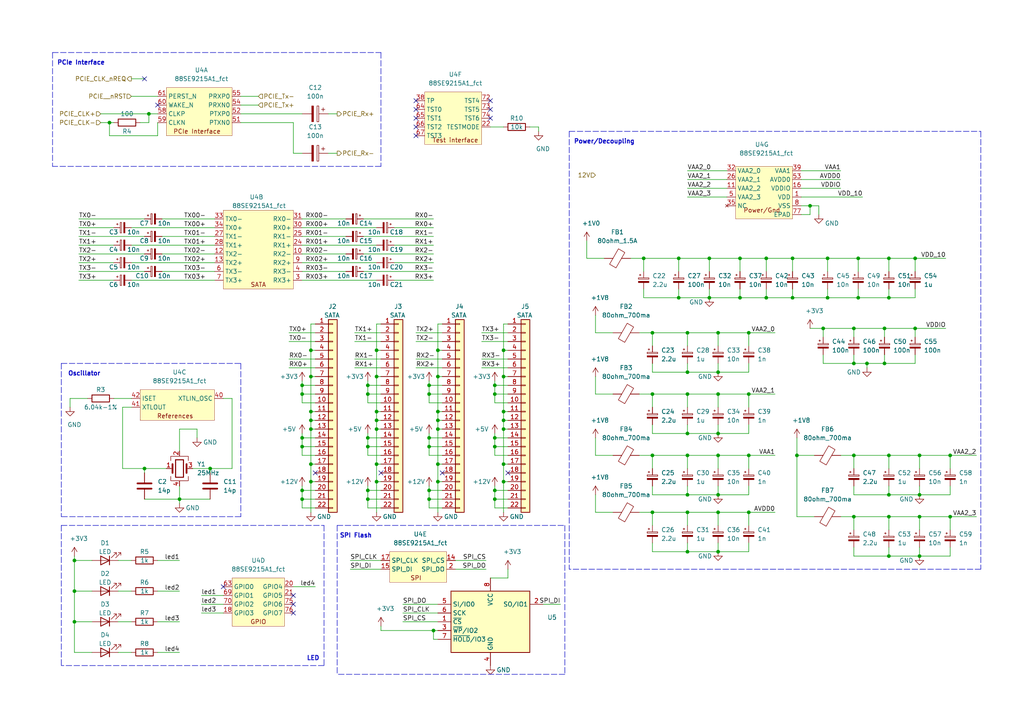
<source format=kicad_sch>
(kicad_sch (version 20211123) (generator eeschema)

  (uuid 0ea80abc-6a04-42d0-a24f-f399e659182a)

  (paper "A4")

  

  (junction (at 205.74 86.36) (diameter 0.9144) (color 0 0 0 0)
    (uuid 05a3fd88-c58e-4323-96ff-70847ec682b8)
  )
  (junction (at 90.17 109.22) (diameter 0.9144) (color 0 0 0 0)
    (uuid 060a9d78-785b-4e95-9f27-c70c9bd79368)
  )
  (junction (at 217.17 148.59) (diameter 0.9144) (color 0 0 0 0)
    (uuid 067b3699-1a46-41cc-9c7c-3cbbde83e2fb)
  )
  (junction (at 127 134.62) (diameter 0.9144) (color 0 0 0 0)
    (uuid 07ea9fe0-fccf-4161-ae79-4bb53994d273)
  )
  (junction (at 87.63 144.78) (diameter 0.9144) (color 0 0 0 0)
    (uuid 0816bee4-5935-4741-bd0f-c370f413b02b)
  )
  (junction (at 143.51 114.3) (diameter 0.9144) (color 0 0 0 0)
    (uuid 101131db-475d-4275-89d4-ac43ee9a25d5)
  )
  (junction (at 106.68 144.78) (diameter 0.9144) (color 0 0 0 0)
    (uuid 115c2483-0d3d-4658-9c56-55683456b2f9)
  )
  (junction (at 109.22 101.6) (diameter 0.9144) (color 0 0 0 0)
    (uuid 133e4738-5308-4c8f-a278-ff3a4b573a42)
  )
  (junction (at 208.28 107.95) (diameter 0.9144) (color 0 0 0 0)
    (uuid 134ebdd2-d265-4b1a-8213-3e042a51f566)
  )
  (junction (at 143.51 129.54) (diameter 0.9144) (color 0 0 0 0)
    (uuid 15849db9-220e-4afd-b7a0-07e5cbc925e5)
  )
  (junction (at 106.68 142.24) (diameter 0.9144) (color 0 0 0 0)
    (uuid 1807c891-5ccf-491b-b7cb-6605d0030f30)
  )
  (junction (at 257.81 161.29) (diameter 0.9144) (color 0 0 0 0)
    (uuid 199f157d-6f84-41da-be4c-6e21ffdc4f00)
  )
  (junction (at 247.65 149.86) (diameter 0.9144) (color 0 0 0 0)
    (uuid 1e153892-978d-4400-8801-39c4a5561d8b)
  )
  (junction (at 256.54 105.41) (diameter 0.9144) (color 0 0 0 0)
    (uuid 25f3023a-0b40-4b57-b672-1aea8836d4eb)
  )
  (junction (at 90.17 121.92) (diameter 0.9144) (color 0 0 0 0)
    (uuid 260c26af-1e30-4624-94a4-7cbfebc53f93)
  )
  (junction (at 146.05 134.62) (diameter 0.9144) (color 0 0 0 0)
    (uuid 2733a655-db42-498b-a705-184e4fe256a3)
  )
  (junction (at 196.85 74.93) (diameter 0.9144) (color 0 0 0 0)
    (uuid 29ec1054-96e5-4371-8fe7-f31c027b27f9)
  )
  (junction (at 90.17 119.38) (diameter 0.9144) (color 0 0 0 0)
    (uuid 2b5ef57e-9829-4c8c-a772-0c450fa178e8)
  )
  (junction (at 87.63 142.24) (diameter 0.9144) (color 0 0 0 0)
    (uuid 2ca7d35c-f03b-45eb-bc5e-72292d02981d)
  )
  (junction (at 106.68 111.76) (diameter 0.9144) (color 0 0 0 0)
    (uuid 2d9bce5f-b18b-47a2-9654-99086bc7c8ca)
  )
  (junction (at 222.25 74.93) (diameter 0.9144) (color 0 0 0 0)
    (uuid 2dd2edde-b79d-4ec7-87aa-5955ab5302f8)
  )
  (junction (at 143.51 144.78) (diameter 0.9144) (color 0 0 0 0)
    (uuid 31fb150b-1634-44a3-bbf0-4f27407886b5)
  )
  (junction (at 127 101.6) (diameter 0.9144) (color 0 0 0 0)
    (uuid 32152384-5f30-4790-a5a7-40a77da6c53b)
  )
  (junction (at 208.28 132.08) (diameter 0.9144) (color 0 0 0 0)
    (uuid 32f61989-73fd-4834-bc42-216f4a71d9ad)
  )
  (junction (at 266.7 149.86) (diameter 0.9144) (color 0 0 0 0)
    (uuid 33112a1f-3ef4-4453-945b-eafb5950befb)
  )
  (junction (at 109.22 119.38) (diameter 0.9144) (color 0 0 0 0)
    (uuid 3472ac51-2496-4774-b525-ca48b4eac389)
  )
  (junction (at 127 139.7) (diameter 0.9144) (color 0 0 0 0)
    (uuid 34f494d3-f727-4e92-b04b-bb02d398ea06)
  )
  (junction (at 60.96 135.89) (diameter 0.9144) (color 0 0 0 0)
    (uuid 3585a139-cfc6-4b57-99ce-0163d84caa4b)
  )
  (junction (at 189.23 148.59) (diameter 0.9144) (color 0 0 0 0)
    (uuid 393f0e56-c2d5-4ea4-8463-50265bc94d2d)
  )
  (junction (at 124.46 144.78) (diameter 0.9144) (color 0 0 0 0)
    (uuid 3a43f2ef-4839-435a-bede-c90252339a51)
  )
  (junction (at 186.69 74.93) (diameter 0.9144) (color 0 0 0 0)
    (uuid 3b6b0ef8-cb49-4806-a385-9d93130ffdc0)
  )
  (junction (at 256.54 95.25) (diameter 0.9144) (color 0 0 0 0)
    (uuid 453a77ad-fac0-4cd4-9fca-6e04f8cfa3e5)
  )
  (junction (at 208.28 114.3) (diameter 0.9144) (color 0 0 0 0)
    (uuid 46988679-cc79-4024-bbc1-b1f167609765)
  )
  (junction (at 208.28 96.52) (diameter 0.9144) (color 0 0 0 0)
    (uuid 48c77641-1046-44b0-bae8-52da953ea633)
  )
  (junction (at 146.05 139.7) (diameter 0.9144) (color 0 0 0 0)
    (uuid 5006a2d1-be56-41dc-888f-67fb86bea03b)
  )
  (junction (at 229.87 86.36) (diameter 0.9144) (color 0 0 0 0)
    (uuid 57f6b820-62fa-4d98-887a-d2a380a76964)
  )
  (junction (at 124.46 114.3) (diameter 0.9144) (color 0 0 0 0)
    (uuid 584970dc-5538-419b-b998-8d8d4ada798f)
  )
  (junction (at 238.76 95.25) (diameter 0.9144) (color 0 0 0 0)
    (uuid 5879090f-e6ed-48e6-a17d-670ffa2c5461)
  )
  (junction (at 106.68 114.3) (diameter 0.9144) (color 0 0 0 0)
    (uuid 5cfef867-dff5-4abc-9cf1-6fa8f45eaef2)
  )
  (junction (at 251.46 105.41) (diameter 0.9144) (color 0 0 0 0)
    (uuid 5d0be09d-133e-4cac-b0d8-fd336835cc6c)
  )
  (junction (at 199.39 107.95) (diameter 0.9144) (color 0 0 0 0)
    (uuid 5e066231-f8d2-43bf-bff3-80c6fb0c9c86)
  )
  (junction (at 199.39 114.3) (diameter 0.9144) (color 0 0 0 0)
    (uuid 61dc775a-14c7-4cce-be48-c5d6e8045697)
  )
  (junction (at 214.63 86.36) (diameter 0.9144) (color 0 0 0 0)
    (uuid 6228b587-c759-4f5a-aee2-44d44c696a08)
  )
  (junction (at 217.17 114.3) (diameter 0.9144) (color 0 0 0 0)
    (uuid 638492c1-39c4-4e69-a3a1-232b324e5b21)
  )
  (junction (at 247.65 95.25) (diameter 0.9144) (color 0 0 0 0)
    (uuid 649e27c1-a08d-4446-a16b-cdabdc592f17)
  )
  (junction (at 257.81 149.86) (diameter 0.9144) (color 0 0 0 0)
    (uuid 651c91fd-ec54-4600-b738-56cbf235205c)
  )
  (junction (at 248.92 74.93) (diameter 0.9144) (color 0 0 0 0)
    (uuid 660190eb-2890-4958-8da2-d63590e8e03c)
  )
  (junction (at 199.39 143.51) (diameter 0.9144) (color 0 0 0 0)
    (uuid 6640c556-30bc-4fc7-a797-35ec65cf0f77)
  )
  (junction (at 87.63 129.54) (diameter 0.9144) (color 0 0 0 0)
    (uuid 6792a032-9256-487f-aa0b-8c689e242f4e)
  )
  (junction (at 109.22 109.22) (diameter 0.9144) (color 0 0 0 0)
    (uuid 6bcc4470-6fe4-4c8d-ba29-7eeb8005d7fa)
  )
  (junction (at 240.03 86.36) (diameter 0.9144) (color 0 0 0 0)
    (uuid 6f172490-e7c3-45a0-aafa-f94d5c12df3c)
  )
  (junction (at 146.05 109.22) (diameter 0.9144) (color 0 0 0 0)
    (uuid 6f9f8538-0b96-4eb3-a978-1c7439c0e8bf)
  )
  (junction (at 31.75 35.56) (diameter 0.9144) (color 0 0 0 0)
    (uuid 7131ee3d-de36-4b6f-a391-6695d97d81c2)
  )
  (junction (at 217.17 96.52) (diameter 0.9144) (color 0 0 0 0)
    (uuid 72f86fac-1de9-4853-b551-bbe9529da2a3)
  )
  (junction (at 247.65 105.41) (diameter 0.9144) (color 0 0 0 0)
    (uuid 783d99f0-9b1b-482f-8119-337c4a520061)
  )
  (junction (at 199.39 125.73) (diameter 0.9144) (color 0 0 0 0)
    (uuid 7a6f4622-4213-4c81-84d2-b9b224d2a864)
  )
  (junction (at 257.81 132.08) (diameter 0.9144) (color 0 0 0 0)
    (uuid 7a961303-0ee0-4514-9c41-71f7612da80d)
  )
  (junction (at 208.28 160.02) (diameter 0.9144) (color 0 0 0 0)
    (uuid 7f180349-2cf1-4faf-8ede-f82101d0fa01)
  )
  (junction (at 199.39 160.02) (diameter 0.9144) (color 0 0 0 0)
    (uuid 80cb90dd-8449-449f-bec1-5e371021e295)
  )
  (junction (at 124.46 127) (diameter 0.9144) (color 0 0 0 0)
    (uuid 825fbe04-7d0f-48c0-b196-0082d6b05859)
  )
  (junction (at 189.23 96.52) (diameter 0.9144) (color 0 0 0 0)
    (uuid 838ac53b-3ec1-4b97-9af6-c64a64ade18e)
  )
  (junction (at 109.22 139.7) (diameter 0.9144) (color 0 0 0 0)
    (uuid 85ce4d4c-d093-4323-9a04-70d33e2d6c7e)
  )
  (junction (at 247.65 132.08) (diameter 0.9144) (color 0 0 0 0)
    (uuid 8967a184-9ee6-4ceb-8e38-09ca452dd23c)
  )
  (junction (at 109.22 124.46) (diameter 0.9144) (color 0 0 0 0)
    (uuid 8d2043d0-1e2a-47a8-b40c-1d3c6b8242cf)
  )
  (junction (at 87.63 127) (diameter 0.9144) (color 0 0 0 0)
    (uuid 8d6a069f-4023-40e5-b77a-c447eb7c2730)
  )
  (junction (at 87.63 111.76) (diameter 0.9144) (color 0 0 0 0)
    (uuid 8e2a2f6b-8167-4ac5-b2a6-8fefc2e5007d)
  )
  (junction (at 265.43 74.93) (diameter 0.9144) (color 0 0 0 0)
    (uuid 8e865536-7e57-40b8-97a2-c3d4b4b14caf)
  )
  (junction (at 275.59 132.08) (diameter 0.9144) (color 0 0 0 0)
    (uuid 91c9976e-33f3-4776-850e-36ee5d251977)
  )
  (junction (at 41.91 135.89) (diameter 0.9144) (color 0 0 0 0)
    (uuid 91d0ac33-7c52-4428-ba83-8720a383522c)
  )
  (junction (at 275.59 149.86) (diameter 0.9144) (color 0 0 0 0)
    (uuid 97c50482-6541-4532-8eba-6810ebff5ba3)
  )
  (junction (at 127 121.92) (diameter 0.9144) (color 0 0 0 0)
    (uuid 98fdaaa4-ab6c-4567-b372-3bc94fd81e5f)
  )
  (junction (at 87.63 114.3) (diameter 0.9144) (color 0 0 0 0)
    (uuid 9aa4051b-5d8e-420b-bd92-028862775303)
  )
  (junction (at 217.17 132.08) (diameter 0.9144) (color 0 0 0 0)
    (uuid 9bbfc9f6-2a80-4dea-9ff5-2759035e5aa6)
  )
  (junction (at 222.25 86.36) (diameter 0.9144) (color 0 0 0 0)
    (uuid 9bf78976-ad42-44da-b016-b92a04213a48)
  )
  (junction (at 124.46 142.24) (diameter 0.9144) (color 0 0 0 0)
    (uuid 9c81b9e4-c3e8-4c27-acdb-80b385e836a7)
  )
  (junction (at 106.68 129.54) (diameter 0.9144) (color 0 0 0 0)
    (uuid 9d460f71-ca89-4f90-b952-20c79bec7158)
  )
  (junction (at 266.7 161.29) (diameter 0.9144) (color 0 0 0 0)
    (uuid 9d48d597-b34c-4d62-95c8-00458414359f)
  )
  (junction (at 208.28 143.51) (diameter 0.9144) (color 0 0 0 0)
    (uuid 9e494106-9748-4063-aab8-1d81407059de)
  )
  (junction (at 124.46 129.54) (diameter 0.9144) (color 0 0 0 0)
    (uuid 9e72b1b6-3005-465f-b29c-9fb2358144c7)
  )
  (junction (at 21.59 162.56) (diameter 0.9144) (color 0 0 0 0)
    (uuid 9fa8af66-62ad-41ac-afee-78344131d7e2)
  )
  (junction (at 199.39 148.59) (diameter 0.9144) (color 0 0 0 0)
    (uuid a18da1d6-412f-494b-867d-28a1d0ab5318)
  )
  (junction (at 90.17 139.7) (diameter 0.9144) (color 0 0 0 0)
    (uuid a277cb94-54f4-4201-9b19-13124e8120b4)
  )
  (junction (at 127 124.46) (diameter 0.9144) (color 0 0 0 0)
    (uuid a86ebb7d-c08b-41a3-932e-4967a39ce5f9)
  )
  (junction (at 257.81 143.51) (diameter 0.9144) (color 0 0 0 0)
    (uuid aa1a0bd5-2e16-4ae4-84c6-ff71de2d0c53)
  )
  (junction (at 21.59 180.34) (diameter 0.9144) (color 0 0 0 0)
    (uuid aa95d6eb-61a1-46de-9823-1ac851e53563)
  )
  (junction (at 214.63 74.93) (diameter 0.9144) (color 0 0 0 0)
    (uuid abaf0800-b23b-4bb1-9bdf-6551a3604128)
  )
  (junction (at 265.43 95.25) (diameter 0.9144) (color 0 0 0 0)
    (uuid acbae352-7edb-481c-9de1-1fbd99403011)
  )
  (junction (at 124.46 111.76) (diameter 0.9144) (color 0 0 0 0)
    (uuid accfea22-0220-4bfc-bc57-88d0ba04c651)
  )
  (junction (at 208.28 148.59) (diameter 0.9144) (color 0 0 0 0)
    (uuid af4061e0-2fb3-421c-9efe-82e8563650d9)
  )
  (junction (at 231.14 132.08) (diameter 0.9144) (color 0 0 0 0)
    (uuid b04080e5-2876-4809-b8eb-6b6d5549c662)
  )
  (junction (at 21.59 171.45) (diameter 0.9144) (color 0 0 0 0)
    (uuid b1dad93c-ba77-40bd-9b75-65e2d6f9b5a1)
  )
  (junction (at 257.81 74.93) (diameter 0.9144) (color 0 0 0 0)
    (uuid b217b8c4-9da3-40f9-a62d-8788048abf37)
  )
  (junction (at 43.18 33.02) (diameter 0.9144) (color 0 0 0 0)
    (uuid b4180bb0-8dc9-48ec-9931-26e9377a82e1)
  )
  (junction (at 189.23 114.3) (diameter 0.9144) (color 0 0 0 0)
    (uuid b7d17bac-1e38-46d5-a98a-e0926b878e04)
  )
  (junction (at 257.81 86.36) (diameter 0.9144) (color 0 0 0 0)
    (uuid b85d8111-c66c-4649-8ef3-173324d8dc2f)
  )
  (junction (at 146.05 121.92) (diameter 0.9144) (color 0 0 0 0)
    (uuid b908b981-26a7-43ab-bb19-96137e6f2a5a)
  )
  (junction (at 199.39 96.52) (diameter 0.9144) (color 0 0 0 0)
    (uuid bc234a96-8e81-44f9-b2e6-4514c92af46f)
  )
  (junction (at 143.51 142.24) (diameter 0.9144) (color 0 0 0 0)
    (uuid c0cb9ac4-a13f-4ce2-8aea-f334c934d5b3)
  )
  (junction (at 143.51 111.76) (diameter 0.9144) (color 0 0 0 0)
    (uuid c36e7618-99ac-4188-82ad-148b9401ee0f)
  )
  (junction (at 106.68 127) (diameter 0.9144) (color 0 0 0 0)
    (uuid c6f64293-5e29-4afa-8644-d8f9ea3d34e8)
  )
  (junction (at 52.07 144.78) (diameter 0.9144) (color 0 0 0 0)
    (uuid c89b3dc0-3882-490a-b628-aad226ceaf7d)
  )
  (junction (at 240.03 74.93) (diameter 0.9144) (color 0 0 0 0)
    (uuid c92ed306-89e5-432e-9a6e-eb8c5772ee7a)
  )
  (junction (at 266.7 132.08) (diameter 0.9144) (color 0 0 0 0)
    (uuid ca6bed28-5471-4a76-b6aa-41bb1fbae087)
  )
  (junction (at 90.17 124.46) (diameter 0.9144) (color 0 0 0 0)
    (uuid ca9b4264-1527-4eb9-9c4a-0f8f3219656b)
  )
  (junction (at 189.23 132.08) (diameter 0.9144) (color 0 0 0 0)
    (uuid caaf1f33-3031-4927-a17d-4cf530ad7fd5)
  )
  (junction (at 146.05 101.6) (diameter 0.9144) (color 0 0 0 0)
    (uuid cb65e3b7-af7c-4e91-bec7-ee202fea2815)
  )
  (junction (at 125.73 182.88) (diameter 0.9144) (color 0 0 0 0)
    (uuid ce81dad1-984f-418b-94c3-c50892ce4eaf)
  )
  (junction (at 146.05 124.46) (diameter 0.9144) (color 0 0 0 0)
    (uuid d05ca12a-32d4-4c55-95ec-69bfada58ba7)
  )
  (junction (at 146.05 119.38) (diameter 0.9144) (color 0 0 0 0)
    (uuid d2551b77-8cbc-4e7a-af3b-fc16fb61dc91)
  )
  (junction (at 266.7 143.51) (diameter 0.9144) (color 0 0 0 0)
    (uuid d8e5be0d-d98f-406a-bb3b-e2b68228703b)
  )
  (junction (at 109.22 134.62) (diameter 0.9144) (color 0 0 0 0)
    (uuid d916b305-a832-4de9-944b-164deaf38300)
  )
  (junction (at 90.17 134.62) (diameter 0.9144) (color 0 0 0 0)
    (uuid dd7274bb-36be-4baa-903e-939c1f1b99f6)
  )
  (junction (at 90.17 101.6) (diameter 0.9144) (color 0 0 0 0)
    (uuid e06f99ab-70c9-48e0-9786-de35bc5b9bdc)
  )
  (junction (at 234.95 59.69) (diameter 0.9144) (color 0 0 0 0)
    (uuid e23e042d-8f92-4013-8975-7e4b18e4c81f)
  )
  (junction (at 143.51 127) (diameter 0.9144) (color 0 0 0 0)
    (uuid e2438ac6-18fb-4b36-bec6-4ea332ad0f99)
  )
  (junction (at 127 109.22) (diameter 0.9144) (color 0 0 0 0)
    (uuid e37b0ec1-e6e0-41cc-abe1-ad47cc32e2d2)
  )
  (junction (at 127 119.38) (diameter 0.9144) (color 0 0 0 0)
    (uuid e48d619a-e38f-4825-9d22-87e3b38d9c99)
  )
  (junction (at 196.85 86.36) (diameter 0.9144) (color 0 0 0 0)
    (uuid e62f9cc5-f046-442e-9360-e5ca54404aa5)
  )
  (junction (at 208.28 125.73) (diameter 0.9144) (color 0 0 0 0)
    (uuid e8276875-e9c3-4942-8dc8-97d96e3f05f5)
  )
  (junction (at 205.74 74.93) (diameter 0.9144) (color 0 0 0 0)
    (uuid ea399d10-1f30-4eb9-af71-91adeba50151)
  )
  (junction (at 229.87 74.93) (diameter 0.9144) (color 0 0 0 0)
    (uuid f5496577-1f0e-43c4-b7b1-d474695074a1)
  )
  (junction (at 109.22 121.92) (diameter 0.9144) (color 0 0 0 0)
    (uuid f69e205d-71f1-4bed-8e46-d37fa1b7672f)
  )
  (junction (at 199.39 132.08) (diameter 0.9144) (color 0 0 0 0)
    (uuid f86cba30-221c-4482-a722-9565a7604bea)
  )
  (junction (at 248.92 86.36) (diameter 0.9144) (color 0 0 0 0)
    (uuid ff5ead9b-37b8-4bc9-9ac4-39775f57c6cf)
  )

  (no_connect (at 120.65 36.83) (uuid 1a876608-356f-4851-a017-12b4102ae254))
  (no_connect (at 147.32 137.16) (uuid 1f71a2a4-252b-4e7a-b80e-5e85717dad20))
  (no_connect (at 64.77 170.18) (uuid 25767dba-890b-4d3d-80f2-1f550875783f))
  (no_connect (at 91.44 137.16) (uuid 2b0c669d-cfc5-4260-a4c8-cb9cd528e6da))
  (no_connect (at 120.65 34.29) (uuid 30310310-3de8-4d44-b2c1-d6d37838a3d8))
  (no_connect (at 120.65 31.75) (uuid 39f6f276-2d46-4e3e-ab0a-d8183a193489))
  (no_connect (at 85.09 175.26) (uuid 3cd83329-dd82-4462-9077-ddafee2089e7))
  (no_connect (at 142.24 31.75) (uuid 3daa65f0-53db-4ff6-b6a7-4484dabe2544))
  (no_connect (at 120.65 29.21) (uuid 4d21f28c-2a57-4275-b15f-fcd09bf6c4ed))
  (no_connect (at 85.09 177.8) (uuid 50e01ff5-2b78-4646-a59d-7ca2dea26254))
  (no_connect (at 128.27 137.16) (uuid 6af83b01-947f-4cf9-8fd0-e9a80329457c))
  (no_connect (at 142.24 29.21) (uuid 9f896d38-48df-4e40-9ab6-e8fa0f83f4dd))
  (no_connect (at 85.09 172.72) (uuid b655d339-7968-4d3b-8e06-a4c670de72c6))
  (no_connect (at 41.91 22.86) (uuid b903a9df-56a9-456f-87c0-71a6be1688eb))
  (no_connect (at 45.72 30.48) (uuid bb182631-094e-4484-ac51-1df6f3b3f390))
  (no_connect (at 142.24 34.29) (uuid c6046c91-ca96-4f7a-8819-4739af7c4e54))
  (no_connect (at 110.49 137.16) (uuid c81c5304-c732-44ee-997c-c84228d88fd9))
  (no_connect (at 120.65 39.37) (uuid e98cb26f-e9d8-452e-8849-9e1bd7858f3a))

  (wire (pts (xy 128.27 147.32) (xy 124.46 147.32))
    (stroke (width 0) (type solid) (color 0 0 0 0))
    (uuid 0036f854-e461-4df7-b25f-bcd240b875e8)
  )
  (wire (pts (xy 109.22 119.38) (xy 110.49 119.38))
    (stroke (width 0) (type solid) (color 0 0 0 0))
    (uuid 02e8c08a-90f1-4905-8650-34b631433c33)
  )
  (polyline (pts (xy 93.98 193.04) (xy 17.78 193.04))
    (stroke (width 0) (type dash) (color 0 0 0 0))
    (uuid 02f07c22-4da2-489b-9b17-473ba353c08c)
  )

  (wire (pts (xy 110.49 147.32) (xy 106.68 147.32))
    (stroke (width 0) (type solid) (color 0 0 0 0))
    (uuid 0349fd09-2910-4c53-9385-6d0a141e9f9d)
  )
  (wire (pts (xy 243.84 132.08) (xy 247.65 132.08))
    (stroke (width 0) (type solid) (color 0 0 0 0))
    (uuid 03d3bd3b-7067-4ab4-b596-cfd0763df22a)
  )
  (wire (pts (xy 128.27 132.08) (xy 124.46 132.08))
    (stroke (width 0) (type solid) (color 0 0 0 0))
    (uuid 0461d9d1-17ac-401a-ba7e-5846c644381e)
  )
  (wire (pts (xy 21.59 171.45) (xy 21.59 180.34))
    (stroke (width 0) (type solid) (color 0 0 0 0))
    (uuid 04e77528-233c-4e4b-a0f7-47c350333a48)
  )
  (wire (pts (xy 67.31 135.89) (xy 67.31 115.57))
    (stroke (width 0) (type solid) (color 0 0 0 0))
    (uuid 05708ace-5e42-49e3-b44b-a45edc2c8449)
  )
  (polyline (pts (xy 163.83 152.4) (xy 163.83 195.58))
    (stroke (width 0) (type dash) (color 0 0 0 0))
    (uuid 0586c8ec-01b4-4015-9b7f-560bc2fc7fd6)
  )

  (wire (pts (xy 222.25 86.36) (xy 214.63 86.36))
    (stroke (width 0) (type solid) (color 0 0 0 0))
    (uuid 06ac76cb-4f83-453c-8a43-de17b7f3b076)
  )
  (wire (pts (xy 109.22 109.22) (xy 110.49 109.22))
    (stroke (width 0) (type solid) (color 0 0 0 0))
    (uuid 0815cf45-fce4-460a-a26a-0e013ce45726)
  )
  (wire (pts (xy 199.39 54.61) (xy 210.82 54.61))
    (stroke (width 0) (type solid) (color 0 0 0 0))
    (uuid 0848f461-131f-4aa9-a11f-f1ac82e901bb)
  )
  (wire (pts (xy 128.27 93.98) (xy 127 93.98))
    (stroke (width 0) (type solid) (color 0 0 0 0))
    (uuid 08aca154-9110-4ea6-90db-1082cc2fc37f)
  )
  (wire (pts (xy 110.49 93.98) (xy 109.22 93.98))
    (stroke (width 0) (type solid) (color 0 0 0 0))
    (uuid 08bd0623-0506-4091-a63a-82bec937d106)
  )
  (wire (pts (xy 199.39 105.41) (xy 199.39 107.95))
    (stroke (width 0) (type solid) (color 0 0 0 0))
    (uuid 0a92688d-dba2-4141-82c6-2f49e3adaa71)
  )
  (wire (pts (xy 124.46 129.54) (xy 124.46 127))
    (stroke (width 0) (type solid) (color 0 0 0 0))
    (uuid 0b9c8ba0-f9ed-466d-a81a-155362e12477)
  )
  (wire (pts (xy 247.65 132.08) (xy 247.65 135.89))
    (stroke (width 0) (type solid) (color 0 0 0 0))
    (uuid 0c8e8786-b58e-4e64-a4e2-0dcc4be725d7)
  )
  (wire (pts (xy 21.59 180.34) (xy 21.59 189.23))
    (stroke (width 0) (type solid) (color 0 0 0 0))
    (uuid 0e804f73-4257-4cf9-bcc9-7595de7e5165)
  )
  (wire (pts (xy 90.17 101.6) (xy 91.44 101.6))
    (stroke (width 0) (type solid) (color 0 0 0 0))
    (uuid 0ee4696c-4252-4263-9103-6fc1cde937a8)
  )
  (wire (pts (xy 231.14 132.08) (xy 231.14 149.86))
    (stroke (width 0) (type solid) (color 0 0 0 0))
    (uuid 0f3e17bf-1037-495a-96b3-6737a70187bf)
  )
  (wire (pts (xy 217.17 132.08) (xy 224.79 132.08))
    (stroke (width 0) (type solid) (color 0 0 0 0))
    (uuid 0fbfc11c-8a59-4f27-b002-921a616375b3)
  )
  (polyline (pts (xy 69.85 105.41) (xy 69.85 149.86))
    (stroke (width 0) (type dash) (color 0 0 0 0))
    (uuid 10e05db8-5bbe-419a-8445-353b20f1e94e)
  )

  (wire (pts (xy 205.74 86.36) (xy 214.63 86.36))
    (stroke (width 0) (type solid) (color 0 0 0 0))
    (uuid 10f53ebd-9038-4b04-8463-fed7fa84e990)
  )
  (wire (pts (xy 208.28 143.51) (xy 217.17 143.51))
    (stroke (width 0) (type solid) (color 0 0 0 0))
    (uuid 114be0eb-5121-41e4-a632-372af0aa912c)
  )
  (wire (pts (xy 127 134.62) (xy 127 124.46))
    (stroke (width 0) (type solid) (color 0 0 0 0))
    (uuid 119088ec-bb09-4224-8786-58c58a95e50f)
  )
  (wire (pts (xy 35.56 118.11) (xy 35.56 135.89))
    (stroke (width 0) (type solid) (color 0 0 0 0))
    (uuid 11db1f41-ce5a-45eb-aa25-0eb38bf0fd06)
  )
  (wire (pts (xy 91.44 124.46) (xy 90.17 124.46))
    (stroke (width 0) (type solid) (color 0 0 0 0))
    (uuid 12ba041b-8d93-4bda-a31c-c0c9b7e5a457)
  )
  (wire (pts (xy 248.92 74.93) (xy 240.03 74.93))
    (stroke (width 0) (type solid) (color 0 0 0 0))
    (uuid 12e23376-8475-47ab-96fc-22a1ce917ac6)
  )
  (wire (pts (xy 38.1 27.94) (xy 45.72 27.94))
    (stroke (width 0) (type solid) (color 0 0 0 0))
    (uuid 13acb44a-a30d-408d-81a3-4e205959d5c2)
  )
  (wire (pts (xy 247.65 158.75) (xy 247.65 161.29))
    (stroke (width 0) (type solid) (color 0 0 0 0))
    (uuid 13ed4c1e-c2c4-4435-984f-b62e80879c24)
  )
  (wire (pts (xy 189.23 105.41) (xy 189.23 107.95))
    (stroke (width 0) (type solid) (color 0 0 0 0))
    (uuid 1422d1da-75b3-4f0a-8908-78d0c3564cfb)
  )
  (wire (pts (xy 156.21 36.83) (xy 153.67 36.83))
    (stroke (width 0) (type solid) (color 0 0 0 0))
    (uuid 1527a3e2-77e8-4974-881d-5693b03cf6f8)
  )
  (wire (pts (xy 146.05 134.62) (xy 146.05 124.46))
    (stroke (width 0) (type solid) (color 0 0 0 0))
    (uuid 1582591c-8b67-4c94-a10c-89d2716b02c9)
  )
  (polyline (pts (xy 165.1 38.1) (xy 165.1 165.1))
    (stroke (width 0) (type dash) (color 0 0 0 0))
    (uuid 15e4674b-7a72-411e-a33c-83977ac3e07f)
  )

  (wire (pts (xy 87.63 110.49) (xy 87.63 111.76))
    (stroke (width 0) (type solid) (color 0 0 0 0))
    (uuid 161d522e-2afd-4814-9220-88d63a9d1854)
  )
  (wire (pts (xy 229.87 74.93) (xy 222.25 74.93))
    (stroke (width 0) (type solid) (color 0 0 0 0))
    (uuid 16a10004-e451-41c9-b989-af8ab47d12b4)
  )
  (wire (pts (xy 208.28 157.48) (xy 208.28 160.02))
    (stroke (width 0) (type solid) (color 0 0 0 0))
    (uuid 1768dc5d-8757-4ec0-8366-24bc67dc47bf)
  )
  (wire (pts (xy 266.7 132.08) (xy 275.59 132.08))
    (stroke (width 0) (type solid) (color 0 0 0 0))
    (uuid 17951fc8-b9e1-43e3-b40a-02f7fb69ebaa)
  )
  (wire (pts (xy 257.81 149.86) (xy 257.81 153.67))
    (stroke (width 0) (type solid) (color 0 0 0 0))
    (uuid 188d165f-b6b9-4a2b-b5d2-d7b0f80ac372)
  )
  (wire (pts (xy 247.65 105.41) (xy 251.46 105.41))
    (stroke (width 0) (type solid) (color 0 0 0 0))
    (uuid 19f3b9f0-4ab5-4295-a3ad-4d7e365b89df)
  )
  (wire (pts (xy 109.22 109.22) (xy 109.22 119.38))
    (stroke (width 0) (type solid) (color 0 0 0 0))
    (uuid 1a1cd2d1-23b0-4733-8184-75a93a6a56af)
  )
  (wire (pts (xy 189.23 143.51) (xy 199.39 143.51))
    (stroke (width 0) (type solid) (color 0 0 0 0))
    (uuid 1a53dd90-5764-46c9-a6c4-b3bb699b648b)
  )
  (wire (pts (xy 143.51 129.54) (xy 143.51 127))
    (stroke (width 0) (type solid) (color 0 0 0 0))
    (uuid 1a727070-ea4b-46ce-aa40-bfcda51f108d)
  )
  (wire (pts (xy 90.17 109.22) (xy 90.17 119.38))
    (stroke (width 0) (type solid) (color 0 0 0 0))
    (uuid 1b1772bd-cef4-4c4a-90d2-fa8edd10a56e)
  )
  (wire (pts (xy 208.28 107.95) (xy 217.17 107.95))
    (stroke (width 0) (type solid) (color 0 0 0 0))
    (uuid 1b6a5f5e-ce8c-4b10-b2eb-c36e73568408)
  )
  (wire (pts (xy 87.63 125.73) (xy 87.63 127))
    (stroke (width 0) (type solid) (color 0 0 0 0))
    (uuid 1b9ec279-f2dc-43a0-8df2-dbeffe8f4f5a)
  )
  (wire (pts (xy 52.07 144.78) (xy 52.07 146.05))
    (stroke (width 0) (type solid) (color 0 0 0 0))
    (uuid 1cba671b-4b9c-4888-b98a-351b121a52a6)
  )
  (polyline (pts (xy 284.48 165.1) (xy 165.1 165.1))
    (stroke (width 0) (type dash) (color 0 0 0 0))
    (uuid 1cf67a66-d3ae-4096-a57a-09ff62d442d7)
  )

  (wire (pts (xy 257.81 83.82) (xy 257.81 86.36))
    (stroke (width 0) (type solid) (color 0 0 0 0))
    (uuid 1d2141c2-f338-4386-9a1b-4e557938993f)
  )
  (wire (pts (xy 265.43 78.74) (xy 265.43 74.93))
    (stroke (width 0) (type solid) (color 0 0 0 0))
    (uuid 1d3767dc-5c65-493e-b1cd-ba2dd7492e3d)
  )
  (wire (pts (xy 247.65 95.25) (xy 256.54 95.25))
    (stroke (width 0) (type solid) (color 0 0 0 0))
    (uuid 1d55fc14-2046-4fea-8b86-e859ed37d3e4)
  )
  (wire (pts (xy 143.51 114.3) (xy 143.51 111.76))
    (stroke (width 0) (type solid) (color 0 0 0 0))
    (uuid 1d898931-4c98-4c22-9769-1b648432f650)
  )
  (wire (pts (xy 33.02 115.57) (xy 38.1 115.57))
    (stroke (width 0) (type solid) (color 0 0 0 0))
    (uuid 1e0f374e-b798-441a-8671-8bdaaf85e234)
  )
  (wire (pts (xy 147.32 114.3) (xy 143.51 114.3))
    (stroke (width 0) (type solid) (color 0 0 0 0))
    (uuid 1e1ee972-931b-4017-be38-47f6d3117aee)
  )
  (wire (pts (xy 172.72 96.52) (xy 172.72 91.44))
    (stroke (width 0) (type solid) (color 0 0 0 0))
    (uuid 1e4a4162-6b1b-41a3-a0e2-4a54a22ea5f2)
  )
  (wire (pts (xy 146.05 109.22) (xy 146.05 119.38))
    (stroke (width 0) (type solid) (color 0 0 0 0))
    (uuid 1e712adc-6911-4533-a9b4-8d7c832ac8a2)
  )
  (wire (pts (xy 208.28 105.41) (xy 208.28 107.95))
    (stroke (width 0) (type solid) (color 0 0 0 0))
    (uuid 1f0e6f2d-e77e-49bf-a7f7-7b1681ce20ff)
  )
  (wire (pts (xy 217.17 114.3) (xy 217.17 118.11))
    (stroke (width 0) (type solid) (color 0 0 0 0))
    (uuid 1f41cb98-f771-4190-9a79-1c072013f02d)
  )
  (wire (pts (xy 110.49 129.54) (xy 106.68 129.54))
    (stroke (width 0) (type solid) (color 0 0 0 0))
    (uuid 1f48cac7-485b-47b0-a91b-b423371e5b97)
  )
  (wire (pts (xy 189.23 132.08) (xy 189.23 135.89))
    (stroke (width 0) (type solid) (color 0 0 0 0))
    (uuid 1ffc2d1a-b79f-491d-8d74-9fbae0461c13)
  )
  (wire (pts (xy 128.27 129.54) (xy 124.46 129.54))
    (stroke (width 0) (type solid) (color 0 0 0 0))
    (uuid 20ac5889-4574-4375-a4cc-92ebe5faf4bb)
  )
  (wire (pts (xy 87.63 116.84) (xy 87.63 114.3))
    (stroke (width 0) (type solid) (color 0 0 0 0))
    (uuid 21fed9e8-0d48-4e4d-9d7c-29fac3291066)
  )
  (wire (pts (xy 127 101.6) (xy 127 109.22))
    (stroke (width 0) (type solid) (color 0 0 0 0))
    (uuid 228f8b8c-0e92-49f7-9a54-2cc26c08c41e)
  )
  (wire (pts (xy 106.68 127) (xy 110.49 127))
    (stroke (width 0) (type solid) (color 0 0 0 0))
    (uuid 22e2a3cf-31ed-42f4-b6ce-e51d47acfb5e)
  )
  (wire (pts (xy 189.23 96.52) (xy 189.23 100.33))
    (stroke (width 0) (type solid) (color 0 0 0 0))
    (uuid 237b282f-136a-4eb1-ae5b-3444e5185d24)
  )
  (wire (pts (xy 247.65 95.25) (xy 247.65 97.79))
    (stroke (width 0) (type solid) (color 0 0 0 0))
    (uuid 23d00918-4d3b-426e-9ded-d1738d924cff)
  )
  (wire (pts (xy 232.41 57.15) (xy 250.19 57.15))
    (stroke (width 0) (type solid) (color 0 0 0 0))
    (uuid 25a6b811-460a-48f9-b789-421ddb866667)
  )
  (wire (pts (xy 186.69 74.93) (xy 186.69 78.74))
    (stroke (width 0) (type solid) (color 0 0 0 0))
    (uuid 26797722-4061-408e-99e3-6e62a3096ba5)
  )
  (wire (pts (xy 217.17 143.51) (xy 217.17 140.97))
    (stroke (width 0) (type solid) (color 0 0 0 0))
    (uuid 26b188f6-1c60-4bbd-ba75-95cc289589ef)
  )
  (wire (pts (xy 91.44 114.3) (xy 87.63 114.3))
    (stroke (width 0) (type solid) (color 0 0 0 0))
    (uuid 272734d5-beeb-4ae7-a77a-35ca67ee4031)
  )
  (wire (pts (xy 87.63 78.74) (xy 100.33 78.74))
    (stroke (width 0) (type solid) (color 0 0 0 0))
    (uuid 2767fc2d-0dde-4f66-9d72-5e7bd4002904)
  )
  (wire (pts (xy 45.72 35.56) (xy 45.72 39.37))
    (stroke (width 0) (type solid) (color 0 0 0 0))
    (uuid 279e118f-7070-42d3-a896-b741103924dd)
  )
  (wire (pts (xy 120.65 104.14) (xy 128.27 104.14))
    (stroke (width 0) (type solid) (color 0 0 0 0))
    (uuid 288a55ce-5042-48c8-8163-04483bc50f72)
  )
  (wire (pts (xy 214.63 74.93) (xy 222.25 74.93))
    (stroke (width 0) (type solid) (color 0 0 0 0))
    (uuid 288bc021-769b-4a18-8aee-6132092e6907)
  )
  (wire (pts (xy 69.85 33.02) (xy 87.63 33.02))
    (stroke (width 0) (type solid) (color 0 0 0 0))
    (uuid 28c1117b-292f-43da-9542-c7f30a9d4310)
  )
  (wire (pts (xy 265.43 95.25) (xy 265.43 97.79))
    (stroke (width 0) (type solid) (color 0 0 0 0))
    (uuid 290cebd9-eb62-433e-980e-cb4b2406be8c)
  )
  (polyline (pts (xy 17.78 105.41) (xy 69.85 105.41))
    (stroke (width 0) (type dash) (color 0 0 0 0))
    (uuid 2abe9fd3-6778-49cd-9f55-d1bf7b7b8e17)
  )

  (wire (pts (xy 34.29 189.23) (xy 38.1 189.23))
    (stroke (width 0) (type solid) (color 0 0 0 0))
    (uuid 2b8fa3f7-f885-4a80-ab20-946aae634258)
  )
  (wire (pts (xy 247.65 149.86) (xy 247.65 153.67))
    (stroke (width 0) (type solid) (color 0 0 0 0))
    (uuid 2d49f190-3d5c-44b9-a6d1-ee1e3e8eff31)
  )
  (wire (pts (xy 43.18 35.56) (xy 40.64 35.56))
    (stroke (width 0) (type solid) (color 0 0 0 0))
    (uuid 2f07a385-0dbc-4038-8276-12dc4188fb85)
  )
  (wire (pts (xy 106.68 125.73) (xy 106.68 127))
    (stroke (width 0) (type solid) (color 0 0 0 0))
    (uuid 2f16171c-0e69-4990-8bbb-6f310a33ed98)
  )
  (wire (pts (xy 46.99 73.66) (xy 62.23 73.66))
    (stroke (width 0) (type solid) (color 0 0 0 0))
    (uuid 2f757aef-9ba2-437e-990b-b08af0d6224a)
  )
  (wire (pts (xy 109.22 139.7) (xy 109.22 148.59))
    (stroke (width 0) (type solid) (color 0 0 0 0))
    (uuid 2f78b2b7-2c91-4e42-961d-240f613a40eb)
  )
  (wire (pts (xy 45.72 189.23) (xy 52.07 189.23))
    (stroke (width 0) (type solid) (color 0 0 0 0))
    (uuid 3085347e-b655-4f8c-846e-d0d585b53b3b)
  )
  (wire (pts (xy 90.17 139.7) (xy 90.17 134.62))
    (stroke (width 0) (type solid) (color 0 0 0 0))
    (uuid 30b2286a-33eb-4b61-a6f3-b69980a26bd8)
  )
  (wire (pts (xy 146.05 124.46) (xy 146.05 121.92))
    (stroke (width 0) (type solid) (color 0 0 0 0))
    (uuid 30ff4b22-0420-463c-96f0-6ed05180031b)
  )
  (wire (pts (xy 146.05 119.38) (xy 146.05 121.92))
    (stroke (width 0) (type solid) (color 0 0 0 0))
    (uuid 316d7f1d-b79c-4a56-be16-9f16f1c94c7e)
  )
  (wire (pts (xy 21.59 162.56) (xy 21.59 171.45))
    (stroke (width 0) (type solid) (color 0 0 0 0))
    (uuid 32b5217e-f32b-4b48-9584-a28b8f92917a)
  )
  (wire (pts (xy 105.41 63.5) (xy 125.73 63.5))
    (stroke (width 0) (type solid) (color 0 0 0 0))
    (uuid 33e870d1-4acb-4556-8028-ebf141752266)
  )
  (wire (pts (xy 142.24 36.83) (xy 146.05 36.83))
    (stroke (width 0) (type solid) (color 0 0 0 0))
    (uuid 3404bc4f-3e6d-44e4-8fbd-e48057544ca2)
  )
  (wire (pts (xy 91.44 129.54) (xy 87.63 129.54))
    (stroke (width 0) (type solid) (color 0 0 0 0))
    (uuid 34eb8dd9-8b3d-4499-a501-a45e086b34e9)
  )
  (polyline (pts (xy 15.24 15.24) (xy 15.24 48.26))
    (stroke (width 0) (type dash) (color 0 0 0 0))
    (uuid 359f44dd-081f-43f5-a0e4-6478a95da7b7)
  )

  (wire (pts (xy 257.81 149.86) (xy 266.7 149.86))
    (stroke (width 0) (type solid) (color 0 0 0 0))
    (uuid 35a3b94f-00d6-42f5-a58f-35ab6a71ff2c)
  )
  (wire (pts (xy 199.39 49.53) (xy 210.82 49.53))
    (stroke (width 0) (type solid) (color 0 0 0 0))
    (uuid 35d0efef-5dc2-43dd-b1b1-730c3982fd65)
  )
  (wire (pts (xy 147.32 147.32) (xy 143.51 147.32))
    (stroke (width 0) (type solid) (color 0 0 0 0))
    (uuid 36971447-50f7-4c58-910f-6b99ea07c20c)
  )
  (polyline (pts (xy 17.78 152.4) (xy 93.98 152.4))
    (stroke (width 0) (type dash) (color 0 0 0 0))
    (uuid 378aa9a3-999e-445e-88a6-db6192525777)
  )

  (wire (pts (xy 199.39 132.08) (xy 208.28 132.08))
    (stroke (width 0) (type solid) (color 0 0 0 0))
    (uuid 3a6c98c9-93d8-4979-a321-bce8a2b07c45)
  )
  (wire (pts (xy 257.81 132.08) (xy 257.81 135.89))
    (stroke (width 0) (type solid) (color 0 0 0 0))
    (uuid 3b7405b7-f17a-4455-aff1-d4834555ccbd)
  )
  (wire (pts (xy 58.42 172.72) (xy 64.77 172.72))
    (stroke (width 0) (type solid) (color 0 0 0 0))
    (uuid 3b9707ad-303f-4405-aaac-b6087bd59dea)
  )
  (wire (pts (xy 21.59 162.56) (xy 21.59 161.29))
    (stroke (width 0) (type solid) (color 0 0 0 0))
    (uuid 3bd13321-e90f-4e41-a396-76b807f0ba14)
  )
  (wire (pts (xy 109.22 134.62) (xy 109.22 124.46))
    (stroke (width 0) (type solid) (color 0 0 0 0))
    (uuid 3c3600dd-11d1-4d0f-b981-3d241a370b6a)
  )
  (wire (pts (xy 199.39 140.97) (xy 199.39 143.51))
    (stroke (width 0) (type solid) (color 0 0 0 0))
    (uuid 3c550193-fcc0-4202-b478-4e933601aaa1)
  )
  (wire (pts (xy 106.68 110.49) (xy 106.68 111.76))
    (stroke (width 0) (type solid) (color 0 0 0 0))
    (uuid 3c561541-773b-4808-875d-1a5ee5a7778a)
  )
  (wire (pts (xy 189.23 140.97) (xy 189.23 143.51))
    (stroke (width 0) (type solid) (color 0 0 0 0))
    (uuid 3de2e32a-fa5d-4904-a44d-7aaba715ffe7)
  )
  (wire (pts (xy 247.65 140.97) (xy 247.65 143.51))
    (stroke (width 0) (type solid) (color 0 0 0 0))
    (uuid 3e441244-01bd-478f-9d0a-1cfe596cb5a9)
  )
  (wire (pts (xy 83.82 96.52) (xy 91.44 96.52))
    (stroke (width 0) (type solid) (color 0 0 0 0))
    (uuid 3f1b3ede-6c18-46e6-a156-3270d9c3080a)
  )
  (wire (pts (xy 114.3 76.2) (xy 125.73 76.2))
    (stroke (width 0) (type solid) (color 0 0 0 0))
    (uuid 3fc7e6c5-5de6-4687-add6-1d107b075f25)
  )
  (wire (pts (xy 91.44 139.7) (xy 90.17 139.7))
    (stroke (width 0) (type solid) (color 0 0 0 0))
    (uuid 41229a6e-fbb2-4840-8b3a-4ad28491598d)
  )
  (wire (pts (xy 105.41 73.66) (xy 125.73 73.66))
    (stroke (width 0) (type solid) (color 0 0 0 0))
    (uuid 4233a4a3-3af5-4e23-988b-4b2716239b0a)
  )
  (wire (pts (xy 257.81 140.97) (xy 257.81 143.51))
    (stroke (width 0) (type solid) (color 0 0 0 0))
    (uuid 432870d8-b2a2-41e2-a2a3-5f72f40e5aa1)
  )
  (wire (pts (xy 247.65 149.86) (xy 257.81 149.86))
    (stroke (width 0) (type solid) (color 0 0 0 0))
    (uuid 432f9ae5-1b98-4616-8644-10173df5b452)
  )
  (wire (pts (xy 275.59 143.51) (xy 275.59 140.97))
    (stroke (width 0) (type solid) (color 0 0 0 0))
    (uuid 43edc792-5d80-4a3a-b678-cbbd60ae0ca7)
  )
  (wire (pts (xy 177.8 148.59) (xy 172.72 148.59))
    (stroke (width 0) (type solid) (color 0 0 0 0))
    (uuid 440e5f3b-2ac2-4d47-88e4-d885548e4ff1)
  )
  (wire (pts (xy 231.14 132.08) (xy 231.14 127))
    (stroke (width 0) (type solid) (color 0 0 0 0))
    (uuid 444b4ae3-8423-4578-ba59-54b6be42a672)
  )
  (wire (pts (xy 189.23 157.48) (xy 189.23 160.02))
    (stroke (width 0) (type solid) (color 0 0 0 0))
    (uuid 455b3734-d88f-4139-80b4-f46700fc3568)
  )
  (wire (pts (xy 124.46 147.32) (xy 124.46 144.78))
    (stroke (width 0) (type solid) (color 0 0 0 0))
    (uuid 45fc61fa-2c1a-45ff-883e-7a164a1a6b28)
  )
  (wire (pts (xy 147.32 116.84) (xy 143.51 116.84))
    (stroke (width 0) (type solid) (color 0 0 0 0))
    (uuid 4617629a-6344-4028-907c-6e3790524ddc)
  )
  (wire (pts (xy 38.1 22.86) (xy 41.91 22.86))
    (stroke (width 0) (type solid) (color 0 0 0 0))
    (uuid 4633b359-c3ab-4a63-82cf-3c6c99bf1f5d)
  )
  (wire (pts (xy 22.86 78.74) (xy 41.91 78.74))
    (stroke (width 0) (type solid) (color 0 0 0 0))
    (uuid 477d43b4-1191-4fb6-91f2-1b09dc2705eb)
  )
  (wire (pts (xy 124.46 111.76) (xy 128.27 111.76))
    (stroke (width 0) (type solid) (color 0 0 0 0))
    (uuid 47c9320a-ab56-4bd6-88a3-2c199fa59d57)
  )
  (wire (pts (xy 46.99 68.58) (xy 62.23 68.58))
    (stroke (width 0) (type solid) (color 0 0 0 0))
    (uuid 482d455e-c785-40cc-b245-1e5bc97518f4)
  )
  (wire (pts (xy 109.22 124.46) (xy 109.22 121.92))
    (stroke (width 0) (type solid) (color 0 0 0 0))
    (uuid 482ec24e-01b7-4f4b-800e-b2c43d9a8178)
  )
  (wire (pts (xy 102.87 96.52) (xy 110.49 96.52))
    (stroke (width 0) (type solid) (color 0 0 0 0))
    (uuid 482fe3cd-56e7-4298-b0da-7b3e5beb1eb2)
  )
  (wire (pts (xy 147.32 129.54) (xy 143.51 129.54))
    (stroke (width 0) (type solid) (color 0 0 0 0))
    (uuid 4870048c-26c9-4c0d-aa01-c09199decb0d)
  )
  (wire (pts (xy 101.6 162.56) (xy 110.49 162.56))
    (stroke (width 0) (type solid) (color 0 0 0 0))
    (uuid 4ab2c44d-9ab0-457b-ac8b-ae14210dade3)
  )
  (wire (pts (xy 132.08 162.56) (xy 140.97 162.56))
    (stroke (width 0) (type solid) (color 0 0 0 0))
    (uuid 4ae6d179-668a-4ed9-a798-927b79e5edb8)
  )
  (wire (pts (xy 127 139.7) (xy 127 134.62))
    (stroke (width 0) (type solid) (color 0 0 0 0))
    (uuid 4b7098f7-28b5-4b98-8b2c-1ff5110f1d69)
  )
  (wire (pts (xy 58.42 175.26) (xy 64.77 175.26))
    (stroke (width 0) (type solid) (color 0 0 0 0))
    (uuid 4bd74e78-8e91-4e2f-abdc-d268402f17f8)
  )
  (wire (pts (xy 109.22 119.38) (xy 109.22 121.92))
    (stroke (width 0) (type solid) (color 0 0 0 0))
    (uuid 4bfe52fe-a763-487e-b778-5b7590baf8bf)
  )
  (wire (pts (xy 52.07 140.97) (xy 52.07 144.78))
    (stroke (width 0) (type solid) (color 0 0 0 0))
    (uuid 4c353694-04be-4dcd-8038-24151de647e9)
  )
  (wire (pts (xy 265.43 105.41) (xy 265.43 102.87))
    (stroke (width 0) (type solid) (color 0 0 0 0))
    (uuid 4d59887f-baff-4ac2-a6dd-1ae5f711dff3)
  )
  (wire (pts (xy 34.29 162.56) (xy 38.1 162.56))
    (stroke (width 0) (type solid) (color 0 0 0 0))
    (uuid 4db48ca6-061a-4c5f-8384-f1d0e4cdf186)
  )
  (wire (pts (xy 45.72 33.02) (xy 43.18 33.02))
    (stroke (width 0) (type solid) (color 0 0 0 0))
    (uuid 4dbdee0d-a120-420a-a3b4-0fb0cfcb97a0)
  )
  (wire (pts (xy 120.65 96.52) (xy 128.27 96.52))
    (stroke (width 0) (type solid) (color 0 0 0 0))
    (uuid 50124866-12c8-4063-9385-9da96eea2cd7)
  )
  (wire (pts (xy 114.3 66.04) (xy 125.73 66.04))
    (stroke (width 0) (type solid) (color 0 0 0 0))
    (uuid 502c558a-df48-4c24-bb42-80d4bedc6b02)
  )
  (wire (pts (xy 106.68 111.76) (xy 110.49 111.76))
    (stroke (width 0) (type solid) (color 0 0 0 0))
    (uuid 514dd2d2-6921-46cd-93dd-9b01774a2cd3)
  )
  (wire (pts (xy 124.46 132.08) (xy 124.46 129.54))
    (stroke (width 0) (type solid) (color 0 0 0 0))
    (uuid 516b171c-05dc-4c1b-a8c3-f54c60d9f29f)
  )
  (wire (pts (xy 20.32 115.57) (xy 25.4 115.57))
    (stroke (width 0) (type solid) (color 0 0 0 0))
    (uuid 536b5cbe-fca9-4bbd-8cb0-3ca6e3e7885a)
  )
  (wire (pts (xy 143.51 144.78) (xy 143.51 142.24))
    (stroke (width 0) (type solid) (color 0 0 0 0))
    (uuid 556d0d47-6606-4401-9922-ff6c7e6181d2)
  )
  (wire (pts (xy 205.74 83.82) (xy 205.74 86.36))
    (stroke (width 0) (type solid) (color 0 0 0 0))
    (uuid 55eedb4f-c9c5-414f-8079-c787c50bdbb6)
  )
  (wire (pts (xy 87.63 140.97) (xy 87.63 142.24))
    (stroke (width 0) (type solid) (color 0 0 0 0))
    (uuid 567582b5-5de7-4e54-9b75-591ee25f54d8)
  )
  (wire (pts (xy 109.22 93.98) (xy 109.22 101.6))
    (stroke (width 0) (type solid) (color 0 0 0 0))
    (uuid 575193ef-9c63-4152-9006-48310e65b7cc)
  )
  (wire (pts (xy 90.17 109.22) (xy 91.44 109.22))
    (stroke (width 0) (type solid) (color 0 0 0 0))
    (uuid 575724ca-56f1-4675-b955-7bfb71c4b421)
  )
  (wire (pts (xy 128.27 134.62) (xy 127 134.62))
    (stroke (width 0) (type solid) (color 0 0 0 0))
    (uuid 587b4239-0535-46ec-bbfe-9a05be576558)
  )
  (wire (pts (xy 110.49 181.61) (xy 110.49 182.88))
    (stroke (width 0) (type solid) (color 0 0 0 0))
    (uuid 599a8ebc-a74f-4a56-956f-bb03bcfd507d)
  )
  (wire (pts (xy 110.49 182.88) (xy 125.73 182.88))
    (stroke (width 0) (type solid) (color 0 0 0 0))
    (uuid 599a8ebc-a74f-4a56-956f-bb03bcfd507e)
  )
  (wire (pts (xy 125.73 182.88) (xy 127 182.88))
    (stroke (width 0) (type solid) (color 0 0 0 0))
    (uuid 599a8ebc-a74f-4a56-956f-bb03bcfd507f)
  )
  (wire (pts (xy 247.65 143.51) (xy 257.81 143.51))
    (stroke (width 0) (type solid) (color 0 0 0 0))
    (uuid 5a45c287-b8d7-4398-a12d-963edd87769e)
  )
  (wire (pts (xy 265.43 74.93) (xy 257.81 74.93))
    (stroke (width 0) (type solid) (color 0 0 0 0))
    (uuid 5a7096ea-797c-4fdf-901d-2cb2f88af8dd)
  )
  (wire (pts (xy 124.46 127) (xy 128.27 127))
    (stroke (width 0) (type solid) (color 0 0 0 0))
    (uuid 5b653ec7-f613-49dd-8bfe-4dd928d62821)
  )
  (wire (pts (xy 46.99 78.74) (xy 62.23 78.74))
    (stroke (width 0) (type solid) (color 0 0 0 0))
    (uuid 5c7503dc-a333-408c-b513-bce16f75d0eb)
  )
  (wire (pts (xy 232.41 62.23) (xy 234.95 62.23))
    (stroke (width 0) (type solid) (color 0 0 0 0))
    (uuid 5c94efb6-c015-4d28-9f1f-461231ce50c0)
  )
  (wire (pts (xy 234.95 62.23) (xy 234.95 59.69))
    (stroke (width 0) (type solid) (color 0 0 0 0))
    (uuid 5c94efb6-c015-4d28-9f1f-461231ce50c1)
  )
  (wire (pts (xy 139.7 96.52) (xy 147.32 96.52))
    (stroke (width 0) (type solid) (color 0 0 0 0))
    (uuid 5df0bf31-3206-4fbd-93cd-961726299e81)
  )
  (wire (pts (xy 189.23 125.73) (xy 199.39 125.73))
    (stroke (width 0) (type solid) (color 0 0 0 0))
    (uuid 5e397360-f675-4cc0-acbb-f034d50913be)
  )
  (wire (pts (xy 217.17 148.59) (xy 224.79 148.59))
    (stroke (width 0) (type solid) (color 0 0 0 0))
    (uuid 5e539469-875e-43e2-85de-1b9315d46a6d)
  )
  (wire (pts (xy 199.39 125.73) (xy 208.28 125.73))
    (stroke (width 0) (type solid) (color 0 0 0 0))
    (uuid 5ed9eda2-628d-464c-8efa-6e847201d584)
  )
  (wire (pts (xy 208.28 96.52) (xy 208.28 100.33))
    (stroke (width 0) (type solid) (color 0 0 0 0))
    (uuid 5ef5e74f-0681-40bf-b5da-77e0a89589aa)
  )
  (wire (pts (xy 205.74 74.93) (xy 205.74 78.74))
    (stroke (width 0) (type solid) (color 0 0 0 0))
    (uuid 5f7802a7-ec00-4407-8cad-6d95fa87e4dd)
  )
  (wire (pts (xy 229.87 86.36) (xy 222.25 86.36))
    (stroke (width 0) (type solid) (color 0 0 0 0))
    (uuid 5fa1b410-7565-44c0-bb22-88f0601d412f)
  )
  (wire (pts (xy 199.39 157.48) (xy 199.39 160.02))
    (stroke (width 0) (type solid) (color 0 0 0 0))
    (uuid 5fb0f6f5-3d30-4d99-abd0-dba350d3dfb6)
  )
  (wire (pts (xy 199.39 123.19) (xy 199.39 125.73))
    (stroke (width 0) (type solid) (color 0 0 0 0))
    (uuid 602ddde2-4cb6-467a-85e7-db9aca829505)
  )
  (wire (pts (xy 257.81 74.93) (xy 257.81 78.74))
    (stroke (width 0) (type solid) (color 0 0 0 0))
    (uuid 60409467-0290-427c-8afa-c6a88b58251b)
  )
  (wire (pts (xy 222.25 74.93) (xy 222.25 78.74))
    (stroke (width 0) (type solid) (color 0 0 0 0))
    (uuid 606b804a-6f7c-449f-8ed1-289ce193d9df)
  )
  (wire (pts (xy 208.28 140.97) (xy 208.28 143.51))
    (stroke (width 0) (type solid) (color 0 0 0 0))
    (uuid 60e808cd-3080-4f02-9ddd-5171e6c02eff)
  )
  (polyline (pts (xy 17.78 105.41) (xy 17.78 149.86))
    (stroke (width 0) (type dash) (color 0 0 0 0))
    (uuid 610a76f3-7695-4bda-af91-8c896056ab6f)
  )

  (wire (pts (xy 127 124.46) (xy 127 121.92))
    (stroke (width 0) (type solid) (color 0 0 0 0))
    (uuid 612f6598-a3a0-4983-9399-e8d866c1a8b7)
  )
  (wire (pts (xy 87.63 71.12) (xy 109.22 71.12))
    (stroke (width 0) (type solid) (color 0 0 0 0))
    (uuid 614a210c-b38f-4235-9f3f-e2753c43d84c)
  )
  (wire (pts (xy 186.69 74.93) (xy 196.85 74.93))
    (stroke (width 0) (type solid) (color 0 0 0 0))
    (uuid 61a14996-cd18-4f92-930c-38376eac4356)
  )
  (wire (pts (xy 236.22 149.86) (xy 231.14 149.86))
    (stroke (width 0) (type solid) (color 0 0 0 0))
    (uuid 622fa109-4386-49a5-a5cd-62cef244b861)
  )
  (wire (pts (xy 189.23 107.95) (xy 199.39 107.95))
    (stroke (width 0) (type solid) (color 0 0 0 0))
    (uuid 64c04f12-9ec6-4d09-b7bb-9b4fdedeb32d)
  )
  (wire (pts (xy 87.63 76.2) (xy 109.22 76.2))
    (stroke (width 0) (type solid) (color 0 0 0 0))
    (uuid 6543a609-03fa-4e71-bcba-a31acf4a2441)
  )
  (wire (pts (xy 106.68 147.32) (xy 106.68 144.78))
    (stroke (width 0) (type solid) (color 0 0 0 0))
    (uuid 65ba9ef7-7818-4558-96cd-cd365529dc06)
  )
  (wire (pts (xy 214.63 74.93) (xy 214.63 78.74))
    (stroke (width 0) (type solid) (color 0 0 0 0))
    (uuid 6621ad8e-fc1d-48b7-88f1-64740d2295e3)
  )
  (wire (pts (xy 147.32 134.62) (xy 146.05 134.62))
    (stroke (width 0) (type solid) (color 0 0 0 0))
    (uuid 666193a5-95a5-4c4f-b6c7-1db54f3fd96e)
  )
  (wire (pts (xy 199.39 148.59) (xy 199.39 152.4))
    (stroke (width 0) (type solid) (color 0 0 0 0))
    (uuid 67282f93-083a-4b64-9c22-b46e8cd7ee8d)
  )
  (wire (pts (xy 91.44 144.78) (xy 87.63 144.78))
    (stroke (width 0) (type solid) (color 0 0 0 0))
    (uuid 675a5f15-e2ff-49e5-8ee4-76d28f13989b)
  )
  (wire (pts (xy 199.39 57.15) (xy 210.82 57.15))
    (stroke (width 0) (type solid) (color 0 0 0 0))
    (uuid 67a15840-792e-4767-a842-478c5b9159d5)
  )
  (wire (pts (xy 124.46 110.49) (xy 124.46 111.76))
    (stroke (width 0) (type solid) (color 0 0 0 0))
    (uuid 67e948bb-ab66-44df-bca2-030554a30981)
  )
  (wire (pts (xy 265.43 74.93) (xy 274.32 74.93))
    (stroke (width 0) (type solid) (color 0 0 0 0))
    (uuid 680e6b27-e7a7-4bfc-95f2-c15d930cdafd)
  )
  (wire (pts (xy 95.25 33.02) (xy 97.79 33.02))
    (stroke (width 0) (type solid) (color 0 0 0 0))
    (uuid 697f09a8-82d1-40b9-b8ad-28fbce75cab9)
  )
  (wire (pts (xy 67.31 115.57) (xy 64.77 115.57))
    (stroke (width 0) (type solid) (color 0 0 0 0))
    (uuid 69867d2f-340e-4c98-9d7c-df8385b790c8)
  )
  (wire (pts (xy 95.25 44.45) (xy 97.79 44.45))
    (stroke (width 0) (type solid) (color 0 0 0 0))
    (uuid 6a17ff94-bb79-4189-83a4-b07bfc0fd5c8)
  )
  (wire (pts (xy 90.17 119.38) (xy 90.17 121.92))
    (stroke (width 0) (type solid) (color 0 0 0 0))
    (uuid 6a70321c-7eac-4d27-b93a-05cf789757b2)
  )
  (wire (pts (xy 22.86 76.2) (xy 33.02 76.2))
    (stroke (width 0) (type solid) (color 0 0 0 0))
    (uuid 6a807224-3dff-46ec-9863-a331bcd921ee)
  )
  (wire (pts (xy 31.75 39.37) (xy 31.75 35.56))
    (stroke (width 0) (type solid) (color 0 0 0 0))
    (uuid 6afc41a3-7006-42c7-9904-ab6bad17bec2)
  )
  (wire (pts (xy 232.41 49.53) (xy 243.84 49.53))
    (stroke (width 0) (type solid) (color 0 0 0 0))
    (uuid 6baf54df-ed37-452b-b0aa-702c3151e562)
  )
  (wire (pts (xy 266.7 149.86) (xy 266.7 153.67))
    (stroke (width 0) (type solid) (color 0 0 0 0))
    (uuid 6c297205-6669-491e-88ba-358645ef7fed)
  )
  (wire (pts (xy 58.42 177.8) (xy 64.77 177.8))
    (stroke (width 0) (type solid) (color 0 0 0 0))
    (uuid 6c488db7-522a-4ffa-9fb8-a23e2e1c1675)
  )
  (polyline (pts (xy 97.79 152.4) (xy 97.79 195.58))
    (stroke (width 0) (type dash) (color 0 0 0 0))
    (uuid 6c95e58e-04d5-482f-9d16-f44aeb13c6b7)
  )

  (wire (pts (xy 146.05 139.7) (xy 146.05 148.59))
    (stroke (width 0) (type solid) (color 0 0 0 0))
    (uuid 6d0a0d12-6f63-42dd-bbaf-f5765baf3a70)
  )
  (wire (pts (xy 22.86 63.5) (xy 41.91 63.5))
    (stroke (width 0) (type solid) (color 0 0 0 0))
    (uuid 6d2b8e91-1774-4f2f-a0b1-f20458ad9acd)
  )
  (wire (pts (xy 196.85 74.93) (xy 196.85 78.74))
    (stroke (width 0) (type solid) (color 0 0 0 0))
    (uuid 6d81811b-4cec-4d2c-ac41-511ee0b57f1c)
  )
  (wire (pts (xy 257.81 132.08) (xy 266.7 132.08))
    (stroke (width 0) (type solid) (color 0 0 0 0))
    (uuid 6db09f0c-e5f4-4c05-835b-37d7bd40c2b3)
  )
  (wire (pts (xy 186.69 83.82) (xy 186.69 86.36))
    (stroke (width 0) (type solid) (color 0 0 0 0))
    (uuid 6e6daf19-1e1a-450c-a656-8e6e699455b3)
  )
  (wire (pts (xy 247.65 102.87) (xy 247.65 105.41))
    (stroke (width 0) (type solid) (color 0 0 0 0))
    (uuid 6ea981f2-1437-43c1-a518-5d7474bd0369)
  )
  (wire (pts (xy 87.63 132.08) (xy 87.63 129.54))
    (stroke (width 0) (type solid) (color 0 0 0 0))
    (uuid 6efbd14f-e8fb-41a0-8982-877b63614119)
  )
  (wire (pts (xy 22.86 68.58) (xy 41.91 68.58))
    (stroke (width 0) (type solid) (color 0 0 0 0))
    (uuid 7060a5cf-c49d-4b9d-9fa5-814d489606bf)
  )
  (wire (pts (xy 189.23 132.08) (xy 199.39 132.08))
    (stroke (width 0) (type solid) (color 0 0 0 0))
    (uuid 71bdb5f0-3083-4ca5-8217-27053530920a)
  )
  (wire (pts (xy 90.17 134.62) (xy 90.17 124.46))
    (stroke (width 0) (type solid) (color 0 0 0 0))
    (uuid 71dcea86-a14d-4fe4-8982-e032d5b75d61)
  )
  (wire (pts (xy 143.51 116.84) (xy 143.51 114.3))
    (stroke (width 0) (type solid) (color 0 0 0 0))
    (uuid 726b6128-ce11-42d4-aa49-7ab9dd6a42b3)
  )
  (wire (pts (xy 199.39 160.02) (xy 208.28 160.02))
    (stroke (width 0) (type solid) (color 0 0 0 0))
    (uuid 7284dda7-6b4f-4f3d-b789-7bf4745a98f1)
  )
  (wire (pts (xy 45.72 180.34) (xy 52.07 180.34))
    (stroke (width 0) (type solid) (color 0 0 0 0))
    (uuid 7448ab28-9589-4133-8fd4-b5bdc3683e37)
  )
  (wire (pts (xy 172.72 114.3) (xy 172.72 109.22))
    (stroke (width 0) (type solid) (color 0 0 0 0))
    (uuid 744e99c1-c869-4b6c-88a6-bf14e95d368e)
  )
  (wire (pts (xy 256.54 95.25) (xy 265.43 95.25))
    (stroke (width 0) (type solid) (color 0 0 0 0))
    (uuid 74d898e5-24e3-4fc3-94bb-e0947c178768)
  )
  (wire (pts (xy 143.51 110.49) (xy 143.51 111.76))
    (stroke (width 0) (type solid) (color 0 0 0 0))
    (uuid 75644ea4-9530-446d-bb80-de9a4ae7c44c)
  )
  (wire (pts (xy 156.21 38.1) (xy 156.21 36.83))
    (stroke (width 0) (type solid) (color 0 0 0 0))
    (uuid 75a3151c-8306-4fd5-8787-350cef4a5ad8)
  )
  (wire (pts (xy 143.51 127) (xy 147.32 127))
    (stroke (width 0) (type solid) (color 0 0 0 0))
    (uuid 76ba2b3f-04fa-4fe2-9909-f586c77dd172)
  )
  (wire (pts (xy 177.8 114.3) (xy 172.72 114.3))
    (stroke (width 0) (type solid) (color 0 0 0 0))
    (uuid 77568126-2ae1-4f00-8aec-26d8fae7e8d4)
  )
  (wire (pts (xy 196.85 74.93) (xy 205.74 74.93))
    (stroke (width 0) (type solid) (color 0 0 0 0))
    (uuid 78e27f79-27ef-4123-a841-308d4543795d)
  )
  (wire (pts (xy 265.43 95.25) (xy 274.32 95.25))
    (stroke (width 0) (type solid) (color 0 0 0 0))
    (uuid 78ee5c10-cc0e-4e7b-8199-f694014f2d9c)
  )
  (wire (pts (xy 236.22 132.08) (xy 231.14 132.08))
    (stroke (width 0) (type solid) (color 0 0 0 0))
    (uuid 78fa6067-f1a2-4199-ae0f-d8a9fc3b4733)
  )
  (wire (pts (xy 143.51 147.32) (xy 143.51 144.78))
    (stroke (width 0) (type solid) (color 0 0 0 0))
    (uuid 7939bd59-0a63-4857-8574-2dcef5c88a65)
  )
  (wire (pts (xy 196.85 86.36) (xy 205.74 86.36))
    (stroke (width 0) (type solid) (color 0 0 0 0))
    (uuid 79695df7-d6cb-49ce-8db2-01a0548f5fc3)
  )
  (wire (pts (xy 45.72 162.56) (xy 52.07 162.56))
    (stroke (width 0) (type solid) (color 0 0 0 0))
    (uuid 797bb8fa-dabf-4eb0-a5fb-1b19494de276)
  )
  (wire (pts (xy 87.63 81.28) (xy 109.22 81.28))
    (stroke (width 0) (type solid) (color 0 0 0 0))
    (uuid 7b1d1f9f-f4d0-4093-89d9-cb900afe65eb)
  )
  (wire (pts (xy 26.67 162.56) (xy 21.59 162.56))
    (stroke (width 0) (type solid) (color 0 0 0 0))
    (uuid 7ba3802f-a6ea-4fcb-982a-ba2e82c22ad2)
  )
  (wire (pts (xy 114.3 71.12) (xy 125.73 71.12))
    (stroke (width 0) (type solid) (color 0 0 0 0))
    (uuid 7c062793-fcc9-41b7-a551-eeeff212b485)
  )
  (wire (pts (xy 110.49 139.7) (xy 109.22 139.7))
    (stroke (width 0) (type solid) (color 0 0 0 0))
    (uuid 7c1c1aea-2963-4b18-9263-c9ed78b4af51)
  )
  (wire (pts (xy 238.76 102.87) (xy 238.76 105.41))
    (stroke (width 0) (type solid) (color 0 0 0 0))
    (uuid 7c6cc6ec-ef3b-4fc1-a498-6592036a8fc4)
  )
  (wire (pts (xy 172.72 148.59) (xy 172.72 143.51))
    (stroke (width 0) (type solid) (color 0 0 0 0))
    (uuid 7cb825d6-e6f7-4aa0-bff4-71216d97547e)
  )
  (wire (pts (xy 38.1 66.04) (xy 62.23 66.04))
    (stroke (width 0) (type solid) (color 0 0 0 0))
    (uuid 7cca69bd-22e8-400f-82eb-235ff7dd7ef3)
  )
  (wire (pts (xy 275.59 132.08) (xy 275.59 135.89))
    (stroke (width 0) (type solid) (color 0 0 0 0))
    (uuid 7cdf75a8-809f-49d4-94cc-88aa86d95d29)
  )
  (wire (pts (xy 55.88 135.89) (xy 60.96 135.89))
    (stroke (width 0) (type solid) (color 0 0 0 0))
    (uuid 7d3c2fbb-675b-44e2-b184-205d98e2cd5d)
  )
  (wire (pts (xy 217.17 125.73) (xy 217.17 123.19))
    (stroke (width 0) (type solid) (color 0 0 0 0))
    (uuid 7d4e7b17-704d-48e6-b1cf-2e4c98ed39b8)
  )
  (wire (pts (xy 208.28 160.02) (xy 217.17 160.02))
    (stroke (width 0) (type solid) (color 0 0 0 0))
    (uuid 7e777d4b-a982-4f90-87a9-b52632b1320b)
  )
  (wire (pts (xy 116.84 180.34) (xy 127 180.34))
    (stroke (width 0) (type solid) (color 0 0 0 0))
    (uuid 7ead48b5-ef18-4625-bf94-0aec01113941)
  )
  (wire (pts (xy 248.92 86.36) (xy 240.03 86.36))
    (stroke (width 0) (type solid) (color 0 0 0 0))
    (uuid 7ee910f4-9836-4a35-baf0-3c701962a481)
  )
  (wire (pts (xy 189.23 148.59) (xy 189.23 152.4))
    (stroke (width 0) (type solid) (color 0 0 0 0))
    (uuid 7f0bdf01-fc0d-46c3-94c0-9ac4d689b6a3)
  )
  (wire (pts (xy 238.76 95.25) (xy 247.65 95.25))
    (stroke (width 0) (type solid) (color 0 0 0 0))
    (uuid 7f5c7960-1b37-477c-87bd-e0bd7cd649c2)
  )
  (wire (pts (xy 251.46 105.41) (xy 251.46 106.68))
    (stroke (width 0) (type solid) (color 0 0 0 0))
    (uuid 815aa466-f487-4325-ba39-3455406a63dc)
  )
  (wire (pts (xy 52.07 124.46) (xy 57.15 124.46))
    (stroke (width 0) (type solid) (color 0 0 0 0))
    (uuid 81a82147-7809-46f1-a40c-13056aeabbd4)
  )
  (wire (pts (xy 52.07 130.81) (xy 52.07 124.46))
    (stroke (width 0) (type solid) (color 0 0 0 0))
    (uuid 81a82147-7809-46f1-a40c-13056aeabbd5)
  )
  (wire (pts (xy 57.15 124.46) (xy 57.15 127))
    (stroke (width 0) (type solid) (color 0 0 0 0))
    (uuid 81a82147-7809-46f1-a40c-13056aeabbd6)
  )
  (wire (pts (xy 189.23 114.3) (xy 199.39 114.3))
    (stroke (width 0) (type solid) (color 0 0 0 0))
    (uuid 81c4df3b-5d25-4132-ae45-1d7f37a983c9)
  )
  (wire (pts (xy 116.84 177.8) (xy 127 177.8))
    (stroke (width 0) (type solid) (color 0 0 0 0))
    (uuid 81f658e0-cf64-40fe-a115-d669e165b9d1)
  )
  (wire (pts (xy 31.75 35.56) (xy 33.02 35.56))
    (stroke (width 0) (type solid) (color 0 0 0 0))
    (uuid 8312acba-4d7a-47ee-8445-d107ac2edeee)
  )
  (wire (pts (xy 128.27 116.84) (xy 124.46 116.84))
    (stroke (width 0) (type solid) (color 0 0 0 0))
    (uuid 8399137c-7d30-4c4a-9e22-91ec13314ac4)
  )
  (wire (pts (xy 238.76 95.25) (xy 238.76 97.79))
    (stroke (width 0) (type solid) (color 0 0 0 0))
    (uuid 83dbf0a1-f44c-46c0-a680-b64887f2c341)
  )
  (wire (pts (xy 127 93.98) (xy 127 101.6))
    (stroke (width 0) (type solid) (color 0 0 0 0))
    (uuid 83f1e045-930f-4521-b3e8-6a80d5bd5d36)
  )
  (wire (pts (xy 87.63 142.24) (xy 91.44 142.24))
    (stroke (width 0) (type solid) (color 0 0 0 0))
    (uuid 84f985eb-b3ab-474f-a85f-e15f94ae7445)
  )
  (wire (pts (xy 147.32 144.78) (xy 143.51 144.78))
    (stroke (width 0) (type solid) (color 0 0 0 0))
    (uuid 8655ef69-39c7-44f0-8c87-f821b45672c1)
  )
  (wire (pts (xy 199.39 143.51) (xy 208.28 143.51))
    (stroke (width 0) (type solid) (color 0 0 0 0))
    (uuid 874b6d51-04d7-460e-b120-b671d92c3547)
  )
  (wire (pts (xy 177.8 96.52) (xy 172.72 96.52))
    (stroke (width 0) (type solid) (color 0 0 0 0))
    (uuid 888a30e4-6f5f-449d-98a5-18390b7296b0)
  )
  (wire (pts (xy 43.18 33.02) (xy 43.18 35.56))
    (stroke (width 0) (type solid) (color 0 0 0 0))
    (uuid 891bc1ae-efdb-4655-b20f-c2dd8ff32abb)
  )
  (wire (pts (xy 214.63 86.36) (xy 214.63 83.82))
    (stroke (width 0) (type solid) (color 0 0 0 0))
    (uuid 89bb4159-773e-4880-ba98-2c3155b78280)
  )
  (wire (pts (xy 248.92 83.82) (xy 248.92 86.36))
    (stroke (width 0) (type solid) (color 0 0 0 0))
    (uuid 8a423f3f-9ad9-4a8a-843b-9c306ae0c848)
  )
  (wire (pts (xy 22.86 81.28) (xy 33.02 81.28))
    (stroke (width 0) (type solid) (color 0 0 0 0))
    (uuid 8a46f402-0adf-4144-9d37-1ad57113d50e)
  )
  (wire (pts (xy 275.59 149.86) (xy 275.59 153.67))
    (stroke (width 0) (type solid) (color 0 0 0 0))
    (uuid 8aa983e4-480d-470d-9713-89e497fcf4b7)
  )
  (wire (pts (xy 143.51 132.08) (xy 143.51 129.54))
    (stroke (width 0) (type solid) (color 0 0 0 0))
    (uuid 8b1a3330-7059-4d7d-a21a-d26877b57a72)
  )
  (wire (pts (xy 90.17 119.38) (xy 91.44 119.38))
    (stroke (width 0) (type solid) (color 0 0 0 0))
    (uuid 8b52e5a0-603d-4289-9d67-2e82645b0b09)
  )
  (wire (pts (xy 127 101.6) (xy 128.27 101.6))
    (stroke (width 0) (type solid) (color 0 0 0 0))
    (uuid 8c12a32e-903c-4beb-81f2-d1704237ae0c)
  )
  (wire (pts (xy 87.63 66.04) (xy 109.22 66.04))
    (stroke (width 0) (type solid) (color 0 0 0 0))
    (uuid 8c4b59d0-6c36-40fd-bf24-e67f8631b1c1)
  )
  (wire (pts (xy 127 109.22) (xy 127 119.38))
    (stroke (width 0) (type solid) (color 0 0 0 0))
    (uuid 8c5b5be1-348f-4912-a8d5-026e0373493b)
  )
  (wire (pts (xy 147.32 121.92) (xy 146.05 121.92))
    (stroke (width 0) (type solid) (color 0 0 0 0))
    (uuid 8d7123d2-719b-4472-9ab5-71e63f904544)
  )
  (wire (pts (xy 139.7 99.06) (xy 147.32 99.06))
    (stroke (width 0) (type solid) (color 0 0 0 0))
    (uuid 8dc1de9e-5f20-43b3-be57-9e28e6c59415)
  )
  (wire (pts (xy 240.03 74.93) (xy 229.87 74.93))
    (stroke (width 0) (type solid) (color 0 0 0 0))
    (uuid 8e1c1b15-f271-44f2-9eb8-2eb6b1a947c6)
  )
  (wire (pts (xy 20.32 118.11) (xy 20.32 115.57))
    (stroke (width 0) (type solid) (color 0 0 0 0))
    (uuid 8e31dec9-d8f8-4d92-b85f-6c251960d6d0)
  )
  (wire (pts (xy 265.43 83.82) (xy 265.43 86.36))
    (stroke (width 0) (type solid) (color 0 0 0 0))
    (uuid 8f78db04-718d-4da1-8f60-5657eec67b4e)
  )
  (wire (pts (xy 266.7 143.51) (xy 275.59 143.51))
    (stroke (width 0) (type solid) (color 0 0 0 0))
    (uuid 8f9e26a7-ee16-49ea-89b9-a3aeef2e764a)
  )
  (wire (pts (xy 208.28 125.73) (xy 217.17 125.73))
    (stroke (width 0) (type solid) (color 0 0 0 0))
    (uuid 900a8e56-c1ab-4026-8c0b-e515219d3d35)
  )
  (wire (pts (xy 185.42 148.59) (xy 189.23 148.59))
    (stroke (width 0) (type solid) (color 0 0 0 0))
    (uuid 901513d4-f55a-4216-bcd7-c5d7cf1354c2)
  )
  (wire (pts (xy 60.96 135.89) (xy 60.96 137.16))
    (stroke (width 0) (type solid) (color 0 0 0 0))
    (uuid 90868995-b72e-48ec-b07d-4da18e618c10)
  )
  (wire (pts (xy 186.69 86.36) (xy 196.85 86.36))
    (stroke (width 0) (type solid) (color 0 0 0 0))
    (uuid 90991577-4d55-4220-8be7-27c5c9516e13)
  )
  (wire (pts (xy 256.54 95.25) (xy 256.54 97.79))
    (stroke (width 0) (type solid) (color 0 0 0 0))
    (uuid 91eab3bd-36db-4053-9df7-ecf65941445f)
  )
  (wire (pts (xy 257.81 143.51) (xy 266.7 143.51))
    (stroke (width 0) (type solid) (color 0 0 0 0))
    (uuid 922cdafc-3d92-4329-a448-d3e78609c1fa)
  )
  (wire (pts (xy 143.51 125.73) (xy 143.51 127))
    (stroke (width 0) (type solid) (color 0 0 0 0))
    (uuid 935805a2-9116-45b6-8879-1c4114c02201)
  )
  (wire (pts (xy 147.32 139.7) (xy 146.05 139.7))
    (stroke (width 0) (type solid) (color 0 0 0 0))
    (uuid 93af26f0-0af2-4be6-9a36-7e26b6e3036e)
  )
  (wire (pts (xy 85.09 170.18) (xy 91.44 170.18))
    (stroke (width 0) (type solid) (color 0 0 0 0))
    (uuid 93bf6329-9341-4a15-a8ce-6b63d6f1b516)
  )
  (polyline (pts (xy 15.24 15.24) (xy 110.49 15.24))
    (stroke (width 0) (type dash) (color 0 0 0 0))
    (uuid 93c06b7a-f06a-41bb-8f54-88703171e496)
  )

  (wire (pts (xy 146.05 139.7) (xy 146.05 134.62))
    (stroke (width 0) (type solid) (color 0 0 0 0))
    (uuid 94a2c4d0-0fdb-47e6-a890-8ac6b2f50340)
  )
  (wire (pts (xy 240.03 83.82) (xy 240.03 86.36))
    (stroke (width 0) (type solid) (color 0 0 0 0))
    (uuid 94fce677-7ff0-4c8b-8c20-943d2809ca9a)
  )
  (wire (pts (xy 128.27 139.7) (xy 127 139.7))
    (stroke (width 0) (type solid) (color 0 0 0 0))
    (uuid 95672f4d-799b-4b01-bad0-4bb290749ab5)
  )
  (wire (pts (xy 146.05 93.98) (xy 146.05 101.6))
    (stroke (width 0) (type solid) (color 0 0 0 0))
    (uuid 95fe8f19-827f-4262-9db0-11b5a5a7806d)
  )
  (wire (pts (xy 147.32 132.08) (xy 143.51 132.08))
    (stroke (width 0) (type solid) (color 0 0 0 0))
    (uuid 9682f674-541c-44a6-b6e6-275673b6dbc9)
  )
  (wire (pts (xy 34.29 171.45) (xy 38.1 171.45))
    (stroke (width 0) (type solid) (color 0 0 0 0))
    (uuid 98fa4821-cdd1-4a43-a52e-f08e6dcc2f53)
  )
  (wire (pts (xy 208.28 114.3) (xy 217.17 114.3))
    (stroke (width 0) (type solid) (color 0 0 0 0))
    (uuid 99a4685d-6941-42b2-8e27-f669cb2aa132)
  )
  (wire (pts (xy 189.23 148.59) (xy 199.39 148.59))
    (stroke (width 0) (type solid) (color 0 0 0 0))
    (uuid 9ac9e64c-5f81-4df2-9408-92c6cf057bdc)
  )
  (wire (pts (xy 83.82 99.06) (xy 91.44 99.06))
    (stroke (width 0) (type solid) (color 0 0 0 0))
    (uuid 9b40ac40-9100-4b54-bc12-c388498b959a)
  )
  (wire (pts (xy 60.96 135.89) (xy 67.31 135.89))
    (stroke (width 0) (type solid) (color 0 0 0 0))
    (uuid 9c8b04f0-3b0f-48b2-9bf5-00b271447dde)
  )
  (wire (pts (xy 110.49 116.84) (xy 106.68 116.84))
    (stroke (width 0) (type solid) (color 0 0 0 0))
    (uuid 9cfdbc75-3e56-4592-9d6c-ccbc58227797)
  )
  (wire (pts (xy 275.59 161.29) (xy 275.59 158.75))
    (stroke (width 0) (type solid) (color 0 0 0 0))
    (uuid 9d768b64-53d1-4fd6-8e10-c4fa5346e9e6)
  )
  (wire (pts (xy 106.68 116.84) (xy 106.68 114.3))
    (stroke (width 0) (type solid) (color 0 0 0 0))
    (uuid 9d8f22a5-1705-4b9a-ad67-d3e3c77342b3)
  )
  (wire (pts (xy 143.51 140.97) (xy 143.51 142.24))
    (stroke (width 0) (type solid) (color 0 0 0 0))
    (uuid 9d9b352c-6f9c-4f52-ad0c-8cd452ad1fb3)
  )
  (wire (pts (xy 199.39 107.95) (xy 208.28 107.95))
    (stroke (width 0) (type solid) (color 0 0 0 0))
    (uuid 9df512f7-341d-4c2b-aa9c-b4608737f43a)
  )
  (wire (pts (xy 147.32 93.98) (xy 146.05 93.98))
    (stroke (width 0) (type solid) (color 0 0 0 0))
    (uuid 9e364ecb-9bcc-4fb4-87ea-bbbfdba7c609)
  )
  (wire (pts (xy 106.68 129.54) (xy 106.68 127))
    (stroke (width 0) (type solid) (color 0 0 0 0))
    (uuid 9e602ac8-ace3-4c80-9a42-84aec37cc003)
  )
  (wire (pts (xy 217.17 160.02) (xy 217.17 157.48))
    (stroke (width 0) (type solid) (color 0 0 0 0))
    (uuid 9eb52268-7068-4bdb-b68c-e002694a14d9)
  )
  (wire (pts (xy 110.49 134.62) (xy 109.22 134.62))
    (stroke (width 0) (type solid) (color 0 0 0 0))
    (uuid 9f59b2ee-986b-490c-ab5d-3acea6cad095)
  )
  (wire (pts (xy 256.54 105.41) (xy 265.43 105.41))
    (stroke (width 0) (type solid) (color 0 0 0 0))
    (uuid 9f8536aa-ff32-4c35-8fed-36bf19828bee)
  )
  (wire (pts (xy 46.99 63.5) (xy 62.23 63.5))
    (stroke (width 0) (type solid) (color 0 0 0 0))
    (uuid a00147fc-92d3-496f-9642-59b4912b8a9a)
  )
  (wire (pts (xy 199.39 52.07) (xy 210.82 52.07))
    (stroke (width 0) (type solid) (color 0 0 0 0))
    (uuid a0cfa274-045d-4381-b0d6-366315a7776f)
  )
  (wire (pts (xy 257.81 86.36) (xy 248.92 86.36))
    (stroke (width 0) (type solid) (color 0 0 0 0))
    (uuid a0f3e432-2290-442e-ba7b-a6c5e4d1898d)
  )
  (wire (pts (xy 240.03 86.36) (xy 229.87 86.36))
    (stroke (width 0) (type solid) (color 0 0 0 0))
    (uuid a1765378-fa7b-4145-b67d-955e3aa4341f)
  )
  (wire (pts (xy 199.39 114.3) (xy 208.28 114.3))
    (stroke (width 0) (type solid) (color 0 0 0 0))
    (uuid a176bb1d-82c2-45e3-ab8d-93c837be5c8d)
  )
  (wire (pts (xy 110.49 121.92) (xy 109.22 121.92))
    (stroke (width 0) (type solid) (color 0 0 0 0))
    (uuid a1ac39a8-0fe7-49fc-b1fb-46274a6d62eb)
  )
  (wire (pts (xy 142.24 167.64) (xy 147.32 167.64))
    (stroke (width 0) (type solid) (color 0 0 0 0))
    (uuid a219b9e1-4f52-4efb-b826-9302ead68fe4)
  )
  (wire (pts (xy 147.32 165.1) (xy 147.32 167.64))
    (stroke (width 0) (type solid) (color 0 0 0 0))
    (uuid a219b9e1-4f52-4efb-b826-9302ead68fe5)
  )
  (wire (pts (xy 208.28 148.59) (xy 208.28 152.4))
    (stroke (width 0) (type solid) (color 0 0 0 0))
    (uuid a24c924a-6338-4afd-b9bc-5bcc6094c385)
  )
  (wire (pts (xy 256.54 102.87) (xy 256.54 105.41))
    (stroke (width 0) (type solid) (color 0 0 0 0))
    (uuid a2b3e2bb-bf43-471d-9eca-1eabaaeeb73a)
  )
  (wire (pts (xy 243.84 149.86) (xy 247.65 149.86))
    (stroke (width 0) (type solid) (color 0 0 0 0))
    (uuid a44684a5-f3b6-4754-8e7e-943dec7651e9)
  )
  (polyline (pts (xy 165.1 38.1) (xy 284.48 38.1))
    (stroke (width 0) (type dash) (color 0 0 0 0))
    (uuid a4c391bf-2c11-468d-9a1d-cae26dee220b)
  )

  (wire (pts (xy 189.23 114.3) (xy 189.23 118.11))
    (stroke (width 0) (type solid) (color 0 0 0 0))
    (uuid a50542c8-3679-4f52-bcee-bd66287c96fa)
  )
  (wire (pts (xy 199.39 132.08) (xy 199.39 135.89))
    (stroke (width 0) (type solid) (color 0 0 0 0))
    (uuid a5082c85-2cac-4ceb-b51d-5f01b6d1dbe3)
  )
  (wire (pts (xy 109.22 101.6) (xy 110.49 101.6))
    (stroke (width 0) (type solid) (color 0 0 0 0))
    (uuid a53ca1fe-3c33-4b8b-b855-f4dfc120619e)
  )
  (wire (pts (xy 127 109.22) (xy 128.27 109.22))
    (stroke (width 0) (type solid) (color 0 0 0 0))
    (uuid a605224a-4c33-4c15-ac66-306b3d999e20)
  )
  (wire (pts (xy 189.23 123.19) (xy 189.23 125.73))
    (stroke (width 0) (type solid) (color 0 0 0 0))
    (uuid a62636a8-c8c6-4baf-a7cc-2fdc5f23bb33)
  )
  (wire (pts (xy 87.63 114.3) (xy 87.63 111.76))
    (stroke (width 0) (type solid) (color 0 0 0 0))
    (uuid a6785c62-b15e-4d4a-98dd-5ec1b48ab0f5)
  )
  (wire (pts (xy 128.27 144.78) (xy 124.46 144.78))
    (stroke (width 0) (type solid) (color 0 0 0 0))
    (uuid a695c621-10c8-4240-8508-89a215f30a1d)
  )
  (wire (pts (xy 102.87 99.06) (xy 110.49 99.06))
    (stroke (width 0) (type solid) (color 0 0 0 0))
    (uuid a6df82b2-ea5d-4279-a9e2-49acc5688c72)
  )
  (wire (pts (xy 222.25 83.82) (xy 222.25 86.36))
    (stroke (width 0) (type solid) (color 0 0 0 0))
    (uuid a7bb38e2-38d7-4972-85f8-f70eb602a7af)
  )
  (wire (pts (xy 124.46 125.73) (xy 124.46 127))
    (stroke (width 0) (type solid) (color 0 0 0 0))
    (uuid a7f4004b-9287-4d14-b535-9443fcd5f67b)
  )
  (wire (pts (xy 109.22 101.6) (xy 109.22 109.22))
    (stroke (width 0) (type solid) (color 0 0 0 0))
    (uuid a880dae4-d272-4cfb-9437-d05ab495dfb7)
  )
  (wire (pts (xy 185.42 96.52) (xy 189.23 96.52))
    (stroke (width 0) (type solid) (color 0 0 0 0))
    (uuid a8a56684-6278-4fcc-bbf5-e06d0251a211)
  )
  (wire (pts (xy 208.28 132.08) (xy 217.17 132.08))
    (stroke (width 0) (type solid) (color 0 0 0 0))
    (uuid a8bdf166-0e77-45fa-b5f3-b975141c7a57)
  )
  (polyline (pts (xy 97.79 152.4) (xy 163.83 152.4))
    (stroke (width 0) (type dash) (color 0 0 0 0))
    (uuid aa0e1749-7142-4d79-a0cb-ec9c90450e61)
  )

  (wire (pts (xy 240.03 74.93) (xy 240.03 78.74))
    (stroke (width 0) (type solid) (color 0 0 0 0))
    (uuid aa48970d-bba2-44f1-b73f-daa76809b413)
  )
  (wire (pts (xy 124.46 114.3) (xy 124.46 111.76))
    (stroke (width 0) (type solid) (color 0 0 0 0))
    (uuid aacfb86f-35fe-4a26-ac54-32308c9f1dfd)
  )
  (wire (pts (xy 106.68 132.08) (xy 106.68 129.54))
    (stroke (width 0) (type solid) (color 0 0 0 0))
    (uuid aad520ee-6714-49a0-8c05-d8f76f07ab77)
  )
  (wire (pts (xy 109.22 139.7) (xy 109.22 134.62))
    (stroke (width 0) (type solid) (color 0 0 0 0))
    (uuid ac40f906-5ded-4cac-b2e8-35155deb04ef)
  )
  (wire (pts (xy 143.51 111.76) (xy 147.32 111.76))
    (stroke (width 0) (type solid) (color 0 0 0 0))
    (uuid ad068ce9-39bd-49c5-8a5b-78c0302007a8)
  )
  (wire (pts (xy 85.09 35.56) (xy 69.85 35.56))
    (stroke (width 0) (type solid) (color 0 0 0 0))
    (uuid ad29da30-9862-4dd5-bf57-e83af39702d9)
  )
  (wire (pts (xy 38.1 76.2) (xy 62.23 76.2))
    (stroke (width 0) (type solid) (color 0 0 0 0))
    (uuid ad3fe758-8a30-432f-849e-d69e9972c5f6)
  )
  (wire (pts (xy 35.56 135.89) (xy 41.91 135.89))
    (stroke (width 0) (type solid) (color 0 0 0 0))
    (uuid adf4d7f0-f330-494b-a029-60a71b65d947)
  )
  (wire (pts (xy 22.86 66.04) (xy 33.02 66.04))
    (stroke (width 0) (type solid) (color 0 0 0 0))
    (uuid ae0d56c2-7025-436e-b9a0-c37d112c355b)
  )
  (wire (pts (xy 266.7 158.75) (xy 266.7 161.29))
    (stroke (width 0) (type solid) (color 0 0 0 0))
    (uuid aeaa2d31-26ef-4852-bbfb-2ec5327094f9)
  )
  (wire (pts (xy 217.17 114.3) (xy 224.79 114.3))
    (stroke (width 0) (type solid) (color 0 0 0 0))
    (uuid af2e525a-93b0-4ef8-8ca1-f451b77a107f)
  )
  (wire (pts (xy 257.81 158.75) (xy 257.81 161.29))
    (stroke (width 0) (type solid) (color 0 0 0 0))
    (uuid b01d6400-f23e-4d93-90f6-9a6ba19c2d0b)
  )
  (wire (pts (xy 26.67 189.23) (xy 21.59 189.23))
    (stroke (width 0) (type solid) (color 0 0 0 0))
    (uuid b08af7f2-e3b5-4462-b127-ea6ccb28ad7f)
  )
  (wire (pts (xy 120.65 106.68) (xy 128.27 106.68))
    (stroke (width 0) (type solid) (color 0 0 0 0))
    (uuid b0b8a620-8aff-4eb6-bdde-90a68bdd1846)
  )
  (wire (pts (xy 170.18 74.93) (xy 170.18 69.85))
    (stroke (width 0) (type solid) (color 0 0 0 0))
    (uuid b2109d10-00de-47d4-ab40-b0538a4164cb)
  )
  (wire (pts (xy 172.72 132.08) (xy 172.72 127))
    (stroke (width 0) (type solid) (color 0 0 0 0))
    (uuid b2a473da-45c0-415e-bb99-9d274e183487)
  )
  (wire (pts (xy 90.17 139.7) (xy 90.17 148.59))
    (stroke (width 0) (type solid) (color 0 0 0 0))
    (uuid b2da4283-4077-4f14-b3f0-5275262a8807)
  )
  (wire (pts (xy 91.44 116.84) (xy 87.63 116.84))
    (stroke (width 0) (type solid) (color 0 0 0 0))
    (uuid b3584b5c-0bb8-49b6-b206-7c65bb4c82d9)
  )
  (wire (pts (xy 87.63 111.76) (xy 91.44 111.76))
    (stroke (width 0) (type solid) (color 0 0 0 0))
    (uuid b47bdf22-ffbc-42a7-9c15-21bc4f346373)
  )
  (wire (pts (xy 196.85 83.82) (xy 196.85 86.36))
    (stroke (width 0) (type solid) (color 0 0 0 0))
    (uuid b4c35841-0773-41a9-a488-9a25ab8d233d)
  )
  (polyline (pts (xy 69.85 149.86) (xy 17.78 149.86))
    (stroke (width 0) (type dash) (color 0 0 0 0))
    (uuid b58de766-de97-41d4-926f-d54b3c9951f2)
  )

  (wire (pts (xy 128.27 124.46) (xy 127 124.46))
    (stroke (width 0) (type solid) (color 0 0 0 0))
    (uuid b5b50cbf-a488-4a3e-813c-ad845c67da34)
  )
  (polyline (pts (xy 93.98 152.4) (xy 93.98 193.04))
    (stroke (width 0) (type dash) (color 0 0 0 0))
    (uuid b666397e-0d53-4c1c-ac1e-1e636233e317)
  )

  (wire (pts (xy 91.44 121.92) (xy 90.17 121.92))
    (stroke (width 0) (type solid) (color 0 0 0 0))
    (uuid b674825b-8d4c-4eb8-8ecf-8c713399a0ad)
  )
  (wire (pts (xy 106.68 142.24) (xy 110.49 142.24))
    (stroke (width 0) (type solid) (color 0 0 0 0))
    (uuid b73adbc0-66b2-44a0-a4a4-72fa65efd175)
  )
  (wire (pts (xy 217.17 96.52) (xy 224.79 96.52))
    (stroke (width 0) (type solid) (color 0 0 0 0))
    (uuid b876740c-75bf-40d1-8423-1e98b18cbbb2)
  )
  (wire (pts (xy 87.63 127) (xy 91.44 127))
    (stroke (width 0) (type solid) (color 0 0 0 0))
    (uuid b8f2b1d1-ec07-49e2-8a5c-134f2137919e)
  )
  (wire (pts (xy 208.28 123.19) (xy 208.28 125.73))
    (stroke (width 0) (type solid) (color 0 0 0 0))
    (uuid b9b5a765-6699-48fe-963d-07ca4e9785ba)
  )
  (wire (pts (xy 127 119.38) (xy 127 121.92))
    (stroke (width 0) (type solid) (color 0 0 0 0))
    (uuid babab2bb-d54b-4697-9d35-649c2e001fd6)
  )
  (wire (pts (xy 38.1 118.11) (xy 35.56 118.11))
    (stroke (width 0) (type solid) (color 0 0 0 0))
    (uuid bb46fe81-622a-4edd-bbaa-a8fe9c653c1e)
  )
  (wire (pts (xy 234.95 95.25) (xy 238.76 95.25))
    (stroke (width 0) (type solid) (color 0 0 0 0))
    (uuid bb546edd-09e1-4c7a-a410-7a08744b9b1e)
  )
  (wire (pts (xy 185.42 114.3) (xy 189.23 114.3))
    (stroke (width 0) (type solid) (color 0 0 0 0))
    (uuid bbfb2c86-0816-4ca6-8c1b-19360d77a316)
  )
  (wire (pts (xy 217.17 107.95) (xy 217.17 105.41))
    (stroke (width 0) (type solid) (color 0 0 0 0))
    (uuid bd264551-34ae-4855-b4f0-27afe3fe0b63)
  )
  (wire (pts (xy 114.3 81.28) (xy 125.73 81.28))
    (stroke (width 0) (type solid) (color 0 0 0 0))
    (uuid bd4916c0-a1be-44d7-9d4f-5d85f61943dc)
  )
  (wire (pts (xy 91.44 93.98) (xy 90.17 93.98))
    (stroke (width 0) (type solid) (color 0 0 0 0))
    (uuid be0831f9-01c5-488d-8aae-19af1594cc3a)
  )
  (wire (pts (xy 199.39 114.3) (xy 199.39 118.11))
    (stroke (width 0) (type solid) (color 0 0 0 0))
    (uuid be601dc9-0861-43d5-972e-a3145a42dc97)
  )
  (wire (pts (xy 208.28 114.3) (xy 208.28 118.11))
    (stroke (width 0) (type solid) (color 0 0 0 0))
    (uuid bec44788-8a89-4066-aa78-af9302c547f9)
  )
  (wire (pts (xy 110.49 124.46) (xy 109.22 124.46))
    (stroke (width 0) (type solid) (color 0 0 0 0))
    (uuid bfdad8c2-f7c0-4e12-a174-561f7e6d6221)
  )
  (wire (pts (xy 69.85 30.48) (xy 74.93 30.48))
    (stroke (width 0) (type solid) (color 0 0 0 0))
    (uuid bfff2fa2-436d-4b4c-8b84-fb7a65e42d7f)
  )
  (wire (pts (xy 29.21 33.02) (xy 43.18 33.02))
    (stroke (width 0) (type solid) (color 0 0 0 0))
    (uuid c2165b31-ffa5-4417-af1f-f01bbf73996b)
  )
  (wire (pts (xy 41.91 135.89) (xy 48.26 135.89))
    (stroke (width 0) (type solid) (color 0 0 0 0))
    (uuid c2299326-5bcb-43dd-95e8-49193bb7e6de)
  )
  (wire (pts (xy 266.7 161.29) (xy 275.59 161.29))
    (stroke (width 0) (type solid) (color 0 0 0 0))
    (uuid c229c58d-d5bd-4242-8c2e-4a2fb450c726)
  )
  (wire (pts (xy 199.39 96.52) (xy 199.39 100.33))
    (stroke (width 0) (type solid) (color 0 0 0 0))
    (uuid c2d11ba6-dcac-4cde-8373-1e2f4a002eaa)
  )
  (wire (pts (xy 124.46 144.78) (xy 124.46 142.24))
    (stroke (width 0) (type solid) (color 0 0 0 0))
    (uuid c33bd665-7b9e-4d3b-af1b-7d0f49910e97)
  )
  (wire (pts (xy 146.05 101.6) (xy 147.32 101.6))
    (stroke (width 0) (type solid) (color 0 0 0 0))
    (uuid c4549446-a709-41c7-9b31-1fd48b90150b)
  )
  (wire (pts (xy 208.28 132.08) (xy 208.28 135.89))
    (stroke (width 0) (type solid) (color 0 0 0 0))
    (uuid c5420853-c813-41cd-b7b1-c78962ef3ce6)
  )
  (wire (pts (xy 102.87 104.14) (xy 110.49 104.14))
    (stroke (width 0) (type solid) (color 0 0 0 0))
    (uuid c641fe59-1c83-4bf1-a68a-a1027c507dc0)
  )
  (wire (pts (xy 247.65 161.29) (xy 257.81 161.29))
    (stroke (width 0) (type solid) (color 0 0 0 0))
    (uuid c678ff16-aba4-4336-bbab-1607a593d850)
  )
  (wire (pts (xy 175.26 74.93) (xy 170.18 74.93))
    (stroke (width 0) (type solid) (color 0 0 0 0))
    (uuid c77ce0f8-76db-439f-94c0-8d1de704ed37)
  )
  (wire (pts (xy 87.63 63.5) (xy 100.33 63.5))
    (stroke (width 0) (type solid) (color 0 0 0 0))
    (uuid c7b91124-1444-4516-9eac-1a866d6ed38a)
  )
  (wire (pts (xy 102.87 106.68) (xy 110.49 106.68))
    (stroke (width 0) (type solid) (color 0 0 0 0))
    (uuid c8447016-e558-44af-9e0b-3c19fb2cfe51)
  )
  (wire (pts (xy 91.44 134.62) (xy 90.17 134.62))
    (stroke (width 0) (type solid) (color 0 0 0 0))
    (uuid c86a555f-76fb-4ea5-9ce6-75f032895b54)
  )
  (wire (pts (xy 238.76 105.41) (xy 247.65 105.41))
    (stroke (width 0) (type solid) (color 0 0 0 0))
    (uuid c89e620f-0997-44da-ae83-1a79c2831f3f)
  )
  (wire (pts (xy 38.1 81.28) (xy 62.23 81.28))
    (stroke (width 0) (type solid) (color 0 0 0 0))
    (uuid c8ccaacc-2f5e-4c9a-8f13-947f06c85546)
  )
  (wire (pts (xy 265.43 86.36) (xy 257.81 86.36))
    (stroke (width 0) (type solid) (color 0 0 0 0))
    (uuid cbe032d6-d42c-48c5-8d10-e66dd76318af)
  )
  (wire (pts (xy 127 119.38) (xy 128.27 119.38))
    (stroke (width 0) (type solid) (color 0 0 0 0))
    (uuid cc65ce7f-b0b3-4778-9769-b06d13392762)
  )
  (wire (pts (xy 275.59 132.08) (xy 283.21 132.08))
    (stroke (width 0) (type solid) (color 0 0 0 0))
    (uuid cc8ddb60-5b38-42e1-aaf6-d1cb8137a6d2)
  )
  (wire (pts (xy 22.86 71.12) (xy 33.02 71.12))
    (stroke (width 0) (type solid) (color 0 0 0 0))
    (uuid cccdf80a-df7c-4b7e-90c8-25f0c527116a)
  )
  (wire (pts (xy 87.63 129.54) (xy 87.63 127))
    (stroke (width 0) (type solid) (color 0 0 0 0))
    (uuid ccd59247-9c45-47d9-9ce5-46578afa8d5a)
  )
  (wire (pts (xy 266.7 149.86) (xy 275.59 149.86))
    (stroke (width 0) (type solid) (color 0 0 0 0))
    (uuid ccff751c-908b-4921-8a31-790ecc3a6d2e)
  )
  (wire (pts (xy 91.44 147.32) (xy 87.63 147.32))
    (stroke (width 0) (type solid) (color 0 0 0 0))
    (uuid cd1596db-3501-4658-bda2-ffc795655f87)
  )
  (wire (pts (xy 217.17 148.59) (xy 217.17 152.4))
    (stroke (width 0) (type solid) (color 0 0 0 0))
    (uuid cdde66ca-759f-4a4b-93a2-7a068982f56f)
  )
  (wire (pts (xy 125.73 182.88) (xy 125.73 185.42))
    (stroke (width 0) (type solid) (color 0 0 0 0))
    (uuid ce3d57bd-d5a2-49ce-8226-0fbca50838d4)
  )
  (wire (pts (xy 125.73 185.42) (xy 127 185.42))
    (stroke (width 0) (type solid) (color 0 0 0 0))
    (uuid ce3d57bd-d5a2-49ce-8226-0fbca50838d5)
  )
  (wire (pts (xy 38.1 71.12) (xy 62.23 71.12))
    (stroke (width 0) (type solid) (color 0 0 0 0))
    (uuid ce8e24db-5f47-4f36-aea8-00aa7bea71a1)
  )
  (wire (pts (xy 128.27 114.3) (xy 124.46 114.3))
    (stroke (width 0) (type solid) (color 0 0 0 0))
    (uuid cefc43c3-1224-4ad6-a820-a133637b6a87)
  )
  (wire (pts (xy 182.88 74.93) (xy 186.69 74.93))
    (stroke (width 0) (type solid) (color 0 0 0 0))
    (uuid d1523493-d84c-4c9e-bcdd-4c55e8e627b8)
  )
  (wire (pts (xy 232.41 52.07) (xy 243.84 52.07))
    (stroke (width 0) (type solid) (color 0 0 0 0))
    (uuid d155c1c7-d51b-4461-9ff4-43e96d75a8df)
  )
  (wire (pts (xy 147.32 124.46) (xy 146.05 124.46))
    (stroke (width 0) (type solid) (color 0 0 0 0))
    (uuid d2ac6591-13f9-4a81-8bbc-41701226f7c3)
  )
  (wire (pts (xy 229.87 83.82) (xy 229.87 86.36))
    (stroke (width 0) (type solid) (color 0 0 0 0))
    (uuid d30bf203-3ede-4299-b7b5-429251b09591)
  )
  (wire (pts (xy 34.29 180.34) (xy 38.1 180.34))
    (stroke (width 0) (type solid) (color 0 0 0 0))
    (uuid d38ae896-245f-40de-9d57-cf5663a795cf)
  )
  (wire (pts (xy 199.39 148.59) (xy 208.28 148.59))
    (stroke (width 0) (type solid) (color 0 0 0 0))
    (uuid d41be95b-a6c2-4507-b2cc-742fd9379496)
  )
  (wire (pts (xy 251.46 105.41) (xy 256.54 105.41))
    (stroke (width 0) (type solid) (color 0 0 0 0))
    (uuid d448b51c-35bf-465a-8eac-87644cc3e207)
  )
  (wire (pts (xy 146.05 109.22) (xy 147.32 109.22))
    (stroke (width 0) (type solid) (color 0 0 0 0))
    (uuid d4f40af4-bcd9-4732-b6d1-89571c933fc0)
  )
  (wire (pts (xy 106.68 144.78) (xy 106.68 142.24))
    (stroke (width 0) (type solid) (color 0 0 0 0))
    (uuid d58360c2-ca96-46da-ac46-e803622ce9c7)
  )
  (wire (pts (xy 257.81 74.93) (xy 248.92 74.93))
    (stroke (width 0) (type solid) (color 0 0 0 0))
    (uuid d6755634-e6d5-4c37-bc9f-f833beb6236f)
  )
  (wire (pts (xy 157.48 175.26) (xy 162.56 175.26))
    (stroke (width 0) (type solid) (color 0 0 0 0))
    (uuid d81cfcf5-8e3c-4f61-b6e5-839f71a56dac)
  )
  (wire (pts (xy 124.46 140.97) (xy 124.46 142.24))
    (stroke (width 0) (type solid) (color 0 0 0 0))
    (uuid d96e820b-4e8d-48ae-a175-e8fd1f051f99)
  )
  (wire (pts (xy 189.23 160.02) (xy 199.39 160.02))
    (stroke (width 0) (type solid) (color 0 0 0 0))
    (uuid d97b7c34-1820-4df2-932d-9414e7472545)
  )
  (wire (pts (xy 45.72 39.37) (xy 31.75 39.37))
    (stroke (width 0) (type solid) (color 0 0 0 0))
    (uuid d9a32b22-75af-41d4-914a-91b109340779)
  )
  (wire (pts (xy 232.41 54.61) (xy 243.84 54.61))
    (stroke (width 0) (type solid) (color 0 0 0 0))
    (uuid db047c9f-cb37-48f7-b20a-a4a508d19573)
  )
  (wire (pts (xy 87.63 73.66) (xy 100.33 73.66))
    (stroke (width 0) (type solid) (color 0 0 0 0))
    (uuid db425a26-c67a-4996-9e81-51b3ec440128)
  )
  (wire (pts (xy 101.6 165.1) (xy 110.49 165.1))
    (stroke (width 0) (type solid) (color 0 0 0 0))
    (uuid dbb3f0c7-24c1-4c9d-8626-b5fe91e77c08)
  )
  (wire (pts (xy 205.74 74.93) (xy 214.63 74.93))
    (stroke (width 0) (type solid) (color 0 0 0 0))
    (uuid dbc382b7-1f3e-4dda-b247-b1e2928126ff)
  )
  (wire (pts (xy 143.51 142.24) (xy 147.32 142.24))
    (stroke (width 0) (type solid) (color 0 0 0 0))
    (uuid dd045321-7ac8-4d1a-806b-2becb05d28a7)
  )
  (wire (pts (xy 120.65 99.06) (xy 128.27 99.06))
    (stroke (width 0) (type solid) (color 0 0 0 0))
    (uuid dd976d8d-328f-4e1d-ba18-6ac4e30aadea)
  )
  (wire (pts (xy 105.41 68.58) (xy 125.73 68.58))
    (stroke (width 0) (type solid) (color 0 0 0 0))
    (uuid ddf6c84e-71cb-4ab4-91ec-1810f238fb1f)
  )
  (polyline (pts (xy 284.48 38.1) (xy 284.48 165.1))
    (stroke (width 0) (type dash) (color 0 0 0 0))
    (uuid dee0cd6c-ad73-4bd9-ab2c-701c0aa61446)
  )

  (wire (pts (xy 199.39 96.52) (xy 208.28 96.52))
    (stroke (width 0) (type solid) (color 0 0 0 0))
    (uuid dfbb1547-31e2-4b85-9f0f-7523f24ea9b9)
  )
  (wire (pts (xy 106.68 140.97) (xy 106.68 142.24))
    (stroke (width 0) (type solid) (color 0 0 0 0))
    (uuid e0938d2a-4ed0-46c1-8042-5710a366abd8)
  )
  (wire (pts (xy 248.92 74.93) (xy 248.92 78.74))
    (stroke (width 0) (type solid) (color 0 0 0 0))
    (uuid e0d7419f-b942-407d-811d-7dfbba9c520a)
  )
  (wire (pts (xy 185.42 132.08) (xy 189.23 132.08))
    (stroke (width 0) (type solid) (color 0 0 0 0))
    (uuid e0faf0b7-a3b9-42d1-9f74-5ed35ffcef87)
  )
  (wire (pts (xy 266.7 132.08) (xy 266.7 135.89))
    (stroke (width 0) (type solid) (color 0 0 0 0))
    (uuid e2829e3f-d210-4203-9f77-71cb2d3346ee)
  )
  (polyline (pts (xy 163.83 195.58) (xy 97.79 195.58))
    (stroke (width 0) (type dash) (color 0 0 0 0))
    (uuid e36218d4-2faa-4d44-88c8-3750a9273878)
  )
  (polyline (pts (xy 110.49 48.26) (xy 15.24 48.26))
    (stroke (width 0) (type dash) (color 0 0 0 0))
    (uuid e3fb3180-c262-4ce2-8cf9-d5b9386e161c)
  )

  (wire (pts (xy 87.63 147.32) (xy 87.63 144.78))
    (stroke (width 0) (type solid) (color 0 0 0 0))
    (uuid e4274193-38ed-4267-9fae-b161a39e2a54)
  )
  (wire (pts (xy 22.86 73.66) (xy 41.91 73.66))
    (stroke (width 0) (type solid) (color 0 0 0 0))
    (uuid e53d8eae-d5d6-46a7-bb46-55698645af75)
  )
  (wire (pts (xy 91.44 132.08) (xy 87.63 132.08))
    (stroke (width 0) (type solid) (color 0 0 0 0))
    (uuid e55b18ba-7eea-4458-b385-a59f5bb05e71)
  )
  (wire (pts (xy 105.41 78.74) (xy 125.73 78.74))
    (stroke (width 0) (type solid) (color 0 0 0 0))
    (uuid e5687af7-1bd5-41ff-8305-8463f8cafd19)
  )
  (wire (pts (xy 266.7 140.97) (xy 266.7 143.51))
    (stroke (width 0) (type solid) (color 0 0 0 0))
    (uuid e5882202-8c57-4137-a6e8-8d54cf5ae05f)
  )
  (wire (pts (xy 217.17 132.08) (xy 217.17 135.89))
    (stroke (width 0) (type solid) (color 0 0 0 0))
    (uuid e5e6021c-7313-424a-a9b9-a07df4db8631)
  )
  (wire (pts (xy 237.49 59.69) (xy 237.49 62.23))
    (stroke (width 0) (type solid) (color 0 0 0 0))
    (uuid e612603f-091e-448f-b976-241240765ff8)
  )
  (wire (pts (xy 90.17 101.6) (xy 90.17 109.22))
    (stroke (width 0) (type solid) (color 0 0 0 0))
    (uuid e629709a-818e-48ea-8118-7977b52e2b5f)
  )
  (wire (pts (xy 110.49 114.3) (xy 106.68 114.3))
    (stroke (width 0) (type solid) (color 0 0 0 0))
    (uuid e69d37af-b990-4e38-ba85-17b09d3ac807)
  )
  (wire (pts (xy 87.63 68.58) (xy 100.33 68.58))
    (stroke (width 0) (type solid) (color 0 0 0 0))
    (uuid e6afbec1-e48c-4fa8-807c-63a6c9324d5a)
  )
  (polyline (pts (xy 17.78 152.4) (xy 17.78 193.04))
    (stroke (width 0) (type dash) (color 0 0 0 0))
    (uuid e91c5d52-de4e-4941-beaa-663ef53055e2)
  )

  (wire (pts (xy 90.17 93.98) (xy 90.17 101.6))
    (stroke (width 0) (type solid) (color 0 0 0 0))
    (uuid e91ced7d-98ce-4ee0-9efd-68d3eac156db)
  )
  (wire (pts (xy 127 139.7) (xy 127 148.59))
    (stroke (width 0) (type solid) (color 0 0 0 0))
    (uuid e946ed41-18ae-4ab2-a3b9-9ae3ae407368)
  )
  (wire (pts (xy 29.21 35.56) (xy 31.75 35.56))
    (stroke (width 0) (type solid) (color 0 0 0 0))
    (uuid e99f388d-0ea6-4324-b00f-eb5a65ed0cbf)
  )
  (wire (pts (xy 189.23 96.52) (xy 199.39 96.52))
    (stroke (width 0) (type solid) (color 0 0 0 0))
    (uuid e9f15e5a-36e5-488f-a8d0-1c2a6bab5b71)
  )
  (wire (pts (xy 146.05 101.6) (xy 146.05 109.22))
    (stroke (width 0) (type solid) (color 0 0 0 0))
    (uuid ea0833d0-647e-43eb-94b8-acd476f49393)
  )
  (wire (pts (xy 83.82 104.14) (xy 91.44 104.14))
    (stroke (width 0) (type solid) (color 0 0 0 0))
    (uuid ea0d5381-7fd8-4358-8118-ad7f18a1fc3f)
  )
  (wire (pts (xy 124.46 116.84) (xy 124.46 114.3))
    (stroke (width 0) (type solid) (color 0 0 0 0))
    (uuid ea5a3eb8-3151-4cd7-865c-2a979ebe127f)
  )
  (wire (pts (xy 106.68 114.3) (xy 106.68 111.76))
    (stroke (width 0) (type solid) (color 0 0 0 0))
    (uuid eac44db3-e66b-439f-bd64-a6a98ee72bb6)
  )
  (polyline (pts (xy 110.49 15.24) (xy 110.49 48.26))
    (stroke (width 0) (type dash) (color 0 0 0 0))
    (uuid ead9180b-858f-49f8-ba7d-c4e255740437)
  )

  (wire (pts (xy 217.17 96.52) (xy 217.17 100.33))
    (stroke (width 0) (type solid) (color 0 0 0 0))
    (uuid eaf10b3a-b22e-46f7-ada8-7669c89a275d)
  )
  (wire (pts (xy 208.28 96.52) (xy 217.17 96.52))
    (stroke (width 0) (type solid) (color 0 0 0 0))
    (uuid eaf9d1a7-40da-41c9-b5fe-57fc529a30c2)
  )
  (wire (pts (xy 116.84 175.26) (xy 127 175.26))
    (stroke (width 0) (type solid) (color 0 0 0 0))
    (uuid eb0122f4-fe2b-4e1c-965d-5ddaa603ed91)
  )
  (wire (pts (xy 85.09 44.45) (xy 85.09 35.56))
    (stroke (width 0) (type solid) (color 0 0 0 0))
    (uuid eb71ec34-8dc3-4176-b5a4-c603eddff6ca)
  )
  (wire (pts (xy 275.59 149.86) (xy 283.21 149.86))
    (stroke (width 0) (type solid) (color 0 0 0 0))
    (uuid ec5939a4-4a3e-4100-a791-cb4a81a23490)
  )
  (wire (pts (xy 257.81 161.29) (xy 266.7 161.29))
    (stroke (width 0) (type solid) (color 0 0 0 0))
    (uuid eceb4980-d3b0-4ea1-a066-6965a9aad727)
  )
  (wire (pts (xy 83.82 106.68) (xy 91.44 106.68))
    (stroke (width 0) (type solid) (color 0 0 0 0))
    (uuid ee09f604-e4c3-4a9a-9cd7-3d4f51832de5)
  )
  (wire (pts (xy 110.49 144.78) (xy 106.68 144.78))
    (stroke (width 0) (type solid) (color 0 0 0 0))
    (uuid ee1113f4-2b59-4b8a-88cf-54966ce28d48)
  )
  (wire (pts (xy 87.63 44.45) (xy 85.09 44.45))
    (stroke (width 0) (type solid) (color 0 0 0 0))
    (uuid ef2fd311-38e3-462d-af91-fc19ae4227ca)
  )
  (wire (pts (xy 90.17 124.46) (xy 90.17 121.92))
    (stroke (width 0) (type solid) (color 0 0 0 0))
    (uuid efad2716-4936-4e4f-9de4-324fa6581586)
  )
  (wire (pts (xy 232.41 59.69) (xy 234.95 59.69))
    (stroke (width 0) (type solid) (color 0 0 0 0))
    (uuid f13f1fdc-2921-4a6a-ab6f-62df7982adc0)
  )
  (wire (pts (xy 234.95 59.69) (xy 237.49 59.69))
    (stroke (width 0) (type solid) (color 0 0 0 0))
    (uuid f13f1fdc-2921-4a6a-ab6f-62df7982adc1)
  )
  (wire (pts (xy 41.91 144.78) (xy 52.07 144.78))
    (stroke (width 0) (type solid) (color 0 0 0 0))
    (uuid f18994fc-5636-4e3b-a37c-1ca6e2ac63fc)
  )
  (wire (pts (xy 52.07 144.78) (xy 60.96 144.78))
    (stroke (width 0) (type solid) (color 0 0 0 0))
    (uuid f18994fc-5636-4e3b-a37c-1ca6e2ac63fd)
  )
  (wire (pts (xy 146.05 119.38) (xy 147.32 119.38))
    (stroke (width 0) (type solid) (color 0 0 0 0))
    (uuid f1935940-7699-4f4b-b4d5-482d929f868d)
  )
  (wire (pts (xy 128.27 121.92) (xy 127 121.92))
    (stroke (width 0) (type solid) (color 0 0 0 0))
    (uuid f2267bf8-2041-4c28-bbd3-baa9f2649b2c)
  )
  (wire (pts (xy 69.85 27.94) (xy 74.93 27.94))
    (stroke (width 0) (type solid) (color 0 0 0 0))
    (uuid f2807947-c8cf-4889-9ca9-9595915a42c1)
  )
  (wire (pts (xy 45.72 171.45) (xy 52.07 171.45))
    (stroke (width 0) (type solid) (color 0 0 0 0))
    (uuid f2b05b46-7c27-4fb2-a9e4-1e1a4cceaf2d)
  )
  (wire (pts (xy 139.7 104.14) (xy 147.32 104.14))
    (stroke (width 0) (type solid) (color 0 0 0 0))
    (uuid f34d5ebb-40b4-45fd-9883-efd3627e2545)
  )
  (wire (pts (xy 26.67 171.45) (xy 21.59 171.45))
    (stroke (width 0) (type solid) (color 0 0 0 0))
    (uuid f4b66abb-60f5-4311-950c-bbbca1dd71eb)
  )
  (wire (pts (xy 132.08 165.1) (xy 140.97 165.1))
    (stroke (width 0) (type solid) (color 0 0 0 0))
    (uuid f4c9e0d6-841f-40dd-b690-17245f517220)
  )
  (wire (pts (xy 247.65 132.08) (xy 257.81 132.08))
    (stroke (width 0) (type solid) (color 0 0 0 0))
    (uuid f517b9f6-5521-44d2-a288-4969126c6daf)
  )
  (wire (pts (xy 139.7 106.68) (xy 147.32 106.68))
    (stroke (width 0) (type solid) (color 0 0 0 0))
    (uuid f7499245-6588-4294-9a58-8bc81d2c38cb)
  )
  (wire (pts (xy 110.49 132.08) (xy 106.68 132.08))
    (stroke (width 0) (type solid) (color 0 0 0 0))
    (uuid f7c9141f-248d-4a57-a37d-9992d2dc20c0)
  )
  (wire (pts (xy 208.28 148.59) (xy 217.17 148.59))
    (stroke (width 0) (type solid) (color 0 0 0 0))
    (uuid f8cc367c-3f54-44d8-af31-7eba744b9b26)
  )
  (wire (pts (xy 41.91 135.89) (xy 41.91 137.16))
    (stroke (width 0) (type solid) (color 0 0 0 0))
    (uuid f8da4704-a129-4901-b62b-8476e73fb6fb)
  )
  (wire (pts (xy 87.63 144.78) (xy 87.63 142.24))
    (stroke (width 0) (type solid) (color 0 0 0 0))
    (uuid f9847ca4-9e33-4783-ae55-5c9544c043b9)
  )
  (wire (pts (xy 26.67 180.34) (xy 21.59 180.34))
    (stroke (width 0) (type solid) (color 0 0 0 0))
    (uuid f9cc3154-5c57-45a2-8381-ac094b574a34)
  )
  (wire (pts (xy 124.46 142.24) (xy 128.27 142.24))
    (stroke (width 0) (type solid) (color 0 0 0 0))
    (uuid fd902d40-add4-431b-a813-4ce35cfb2f9a)
  )
  (wire (pts (xy 229.87 74.93) (xy 229.87 78.74))
    (stroke (width 0) (type solid) (color 0 0 0 0))
    (uuid fdc9e323-bd3a-42d6-96e4-ce0082899fc7)
  )
  (wire (pts (xy 177.8 132.08) (xy 172.72 132.08))
    (stroke (width 0) (type solid) (color 0 0 0 0))
    (uuid ff4e01f5-03b7-4d99-8663-252989fd7f61)
  )

  (text "Oscillator\n" (at 29.21 109.22 180)
    (effects (font (size 1.27 1.27) (thickness 0.254) bold) (justify right bottom))
    (uuid 174d3f1c-c179-4f94-8b79-4dc3606d6e47)
  )
  (text "Power/Decoupling\n" (at 184.15 41.91 180)
    (effects (font (size 1.27 1.27) (thickness 0.254) bold) (justify right bottom))
    (uuid 1a14ac44-bc82-43fb-b1bb-1d173ef49d61)
  )
  (text "PCIe Interface\n" (at 30.48 19.05 180)
    (effects (font (size 1.27 1.27) (thickness 0.254) bold) (justify right bottom))
    (uuid 777551ef-a85a-493b-831b-569ec7237a18)
  )
  (text "LED" (at 92.71 191.77 180)
    (effects (font (size 1.27 1.27) (thickness 0.254) bold) (justify right bottom))
    (uuid a9fc2296-78c8-4498-8d96-19dfb6dc6085)
  )
  (text "SPI Flash\n" (at 107.95 156.21 180)
    (effects (font (size 1.27 1.27) (thickness 0.254) bold) (justify right bottom))
    (uuid d34a561a-8002-431b-b23d-902be5a06d43)
  )

  (label "VDD_10" (at 274.32 74.93 180)
    (effects (font (size 1.27 1.27)) (justify right bottom))
    (uuid 03d82718-e47a-48c8-beed-eb42f3a7811c)
  )
  (label "RX00-" (at 95.25 63.5 180)
    (effects (font (size 1.27 1.27)) (justify right bottom))
    (uuid 04ef7610-75eb-47f1-a239-eaa1ae82c2fe)
  )
  (label "VAA2_1" (at 199.39 52.07 0)
    (effects (font (size 1.27 1.27)) (justify left bottom))
    (uuid 096fb789-e495-4039-bce0-3c547ca0db7d)
  )
  (label "RX0+" (at 83.82 106.68 0)
    (effects (font (size 1.27 1.27)) (justify left bottom))
    (uuid 0bfdc062-953d-423f-959a-25301cc35798)
  )
  (label "led1" (at 58.42 172.72 0)
    (effects (font (size 1.27 1.27)) (justify left bottom))
    (uuid 0df51199-57de-416a-93a1-02909d8c133b)
  )
  (label "RX01+" (at 95.25 71.12 180)
    (effects (font (size 1.27 1.27)) (justify right bottom))
    (uuid 11eacf05-1d4e-46d6-b963-7dfba2a3dbaa)
  )
  (label "SPI_CLK" (at 116.84 177.8 0)
    (effects (font (size 1.27 1.27)) (justify left bottom))
    (uuid 1327c72f-fb6e-4fae-953a-6cfdc137cba5)
  )
  (label "led4" (at 52.07 189.23 180)
    (effects (font (size 1.27 1.27)) (justify right bottom))
    (uuid 14b8fb74-c005-45cc-92a4-cbc4b7916c39)
  )
  (label "TX3+" (at 22.86 81.28 0)
    (effects (font (size 1.27 1.27)) (justify left bottom))
    (uuid 20409def-04f3-4d6a-a2e0-9209ceb46bb5)
  )
  (label "TX01-" (at 59.69 68.58 180)
    (effects (font (size 1.27 1.27)) (justify right bottom))
    (uuid 20dbf297-5ae9-4d18-b03e-97e87664529a)
  )
  (label "TX3-" (at 22.86 78.74 0)
    (effects (font (size 1.27 1.27)) (justify left bottom))
    (uuid 214a2060-da3a-492e-9559-114e57f95497)
  )
  (label "TX2-" (at 120.65 99.06 0)
    (effects (font (size 1.27 1.27)) (justify left bottom))
    (uuid 227357d5-b939-435d-992d-557ab41e8d0c)
  )
  (label "RX0-" (at 83.82 104.14 0)
    (effects (font (size 1.27 1.27)) (justify left bottom))
    (uuid 2402943f-52ba-4c59-9dbb-8edec337ec1e)
  )
  (label "SPI_DI" (at 101.6 165.1 0)
    (effects (font (size 1.27 1.27)) (justify left bottom))
    (uuid 26da0c20-0b7a-4cab-a10e-f7c3b7895e79)
  )
  (label "RX3-" (at 139.7 104.14 0)
    (effects (font (size 1.27 1.27)) (justify left bottom))
    (uuid 285fd61b-98f7-40c7-9c35-820549988ac2)
  )
  (label "TX00+" (at 59.69 66.04 180)
    (effects (font (size 1.27 1.27)) (justify right bottom))
    (uuid 28690b9a-3449-41f9-bca9-038a83f916d7)
  )
  (label "RX3+" (at 125.73 81.28 180)
    (effects (font (size 1.27 1.27)) (justify right bottom))
    (uuid 2b8305a6-2cff-415e-a806-2d8c80006b31)
  )
  (label "SPI_DO" (at 116.84 175.26 0)
    (effects (font (size 1.27 1.27)) (justify left bottom))
    (uuid 35ccfa44-b94f-4651-a0d5-bd20538b0e3f)
  )
  (label "VAA2_3" (at 283.21 149.86 180)
    (effects (font (size 1.27 1.27)) (justify right bottom))
    (uuid 391a9e29-1f92-42e2-a068-f11cf95e2388)
  )
  (label "RX2-" (at 120.65 104.14 0)
    (effects (font (size 1.27 1.27)) (justify left bottom))
    (uuid 4163210e-157e-4d4a-a84a-ef0de44d1f64)
  )
  (label "RX00+" (at 95.25 66.04 180)
    (effects (font (size 1.27 1.27)) (justify right bottom))
    (uuid 42116fbe-55ab-464e-8889-925f01ab6596)
  )
  (label "SPI_CLK" (at 101.6 162.56 0)
    (effects (font (size 1.27 1.27)) (justify left bottom))
    (uuid 516673d6-ffdd-48dc-ab34-acd4e91fb031)
  )
  (label "RX2-" (at 125.73 73.66 180)
    (effects (font (size 1.27 1.27)) (justify right bottom))
    (uuid 52ec4695-dbc5-461e-8301-b78bf6d91130)
  )
  (label "led4" (at 91.44 170.18 180)
    (effects (font (size 1.27 1.27)) (justify right bottom))
    (uuid 566bae3d-a792-479a-bb89-3fa9e6713537)
  )
  (label "AVDD0" (at 224.79 148.59 180)
    (effects (font (size 1.27 1.27)) (justify right bottom))
    (uuid 58af1b97-3359-4e93-9a98-a2efedf93499)
  )
  (label "VAA2_0" (at 199.39 49.53 0)
    (effects (font (size 1.27 1.27)) (justify left bottom))
    (uuid 5b99558e-2c6f-4409-b18a-2f5231977f3f)
  )
  (label "TX1-" (at 22.86 68.58 0)
    (effects (font (size 1.27 1.27)) (justify left bottom))
    (uuid 65212ef3-0562-44ba-8b82-8512088e96a8)
  )
  (label "RX2+" (at 120.65 106.68 0)
    (effects (font (size 1.27 1.27)) (justify left bottom))
    (uuid 667b0c0e-66a5-41a5-9dbb-584feb0a8926)
  )
  (label "TX02-" (at 59.69 73.66 180)
    (effects (font (size 1.27 1.27)) (justify right bottom))
    (uuid 66b81223-20b1-4da6-be2e-a06b09290969)
  )
  (label "TX1+" (at 22.86 71.12 0)
    (effects (font (size 1.27 1.27)) (justify left bottom))
    (uuid 782e0ae2-b3a8-4f18-be9c-8e12ee867f52)
  )
  (label "TX0+" (at 22.86 66.04 0)
    (effects (font (size 1.27 1.27)) (justify left bottom))
    (uuid 7e010aed-ca15-49ff-8dcb-6345ae122015)
  )
  (label "RX02+" (at 95.25 76.2 180)
    (effects (font (size 1.27 1.27)) (justify right bottom))
    (uuid 805a4021-f3b1-4cc0-bf55-5239ad11376f)
  )
  (label "VAA1" (at 224.79 132.08 180)
    (effects (font (size 1.27 1.27)) (justify right bottom))
    (uuid 8822dc8e-0935-49dd-94f9-dbf7713da727)
  )
  (label "VAA2_2" (at 283.21 132.08 180)
    (effects (font (size 1.27 1.27)) (justify right bottom))
    (uuid 898e1a1e-7343-4a17-97f4-654a8c1bc5bb)
  )
  (label "TX02+" (at 59.69 76.2 180)
    (effects (font (size 1.27 1.27)) (justify right bottom))
    (uuid 8f2e2772-8af7-4196-a78c-212d9214366d)
  )
  (label "led3" (at 58.42 177.8 0)
    (effects (font (size 1.27 1.27)) (justify left bottom))
    (uuid 90c85d7e-ecf4-4b95-b87d-385a3c8454cf)
  )
  (label "VAA2_0" (at 224.79 96.52 180)
    (effects (font (size 1.27 1.27)) (justify right bottom))
    (uuid 9233a703-13f1-4696-a63b-5e440a11c957)
  )
  (label "TX2-" (at 22.86 73.66 0)
    (effects (font (size 1.27 1.27)) (justify left bottom))
    (uuid 999aa952-44e3-4c15-abd3-a7c794b50b46)
  )
  (label "RX03-" (at 95.25 78.74 180)
    (effects (font (size 1.27 1.27)) (justify right bottom))
    (uuid 9df48284-0264-447c-b54f-31bf04df6b52)
  )
  (label "RX1-" (at 102.87 104.14 0)
    (effects (font (size 1.27 1.27)) (justify left bottom))
    (uuid 9e27af1d-3dd2-42db-95ca-2c8f24bd1cc6)
  )
  (label "TX2+" (at 22.86 76.2 0)
    (effects (font (size 1.27 1.27)) (justify left bottom))
    (uuid aa6fca98-0d86-4d29-8cf1-61e68a354b5b)
  )
  (label "led3" (at 52.07 180.34 180)
    (effects (font (size 1.27 1.27)) (justify right bottom))
    (uuid aa7c26fc-d06a-4d9e-baf0-a56123990c78)
  )
  (label "VDDIO" (at 274.32 95.25 180)
    (effects (font (size 1.27 1.27)) (justify right bottom))
    (uuid aa9dc6d7-8fc8-4de6-b9fe-31af88f8a8b5)
  )
  (label "SPI_CS" (at 116.84 180.34 0)
    (effects (font (size 1.27 1.27)) (justify left bottom))
    (uuid aafa8360-60be-4c18-a889-6bce4ce0d8f4)
  )
  (label "RX1+" (at 125.73 71.12 180)
    (effects (font (size 1.27 1.27)) (justify right bottom))
    (uuid af4ccd1a-bb91-4f0f-8100-7ef3a8c4110a)
  )
  (label "RX1-" (at 125.73 68.58 180)
    (effects (font (size 1.27 1.27)) (justify right bottom))
    (uuid b0b0aa29-669e-4446-bf3b-368cef97d909)
  )
  (label "RX1+" (at 102.87 106.68 0)
    (effects (font (size 1.27 1.27)) (justify left bottom))
    (uuid b14b1d67-478b-4c28-9338-c9d2a7b3abbe)
  )
  (label "VDDIO" (at 243.84 54.61 180)
    (effects (font (size 1.27 1.27)) (justify right bottom))
    (uuid b196a4d5-8906-47e5-9d8b-b95809b8323c)
  )
  (label "led1" (at 52.07 162.56 180)
    (effects (font (size 1.27 1.27)) (justify right bottom))
    (uuid b31fac86-a6bf-4d8c-a4e5-937527957bf5)
  )
  (label "TX0+" (at 83.82 96.52 0)
    (effects (font (size 1.27 1.27)) (justify left bottom))
    (uuid b53e3c68-a280-418b-9146-b3cda55ed1aa)
  )
  (label "SPI_CS" (at 140.97 162.56 180)
    (effects (font (size 1.27 1.27)) (justify right bottom))
    (uuid b5f75384-46bf-456c-813d-fbee7dde7242)
  )
  (label "TX03-" (at 59.69 78.74 180)
    (effects (font (size 1.27 1.27)) (justify right bottom))
    (uuid b754543a-af9c-42b9-bf5e-1567374f525a)
  )
  (label "VAA2_1" (at 224.79 114.3 180)
    (effects (font (size 1.27 1.27)) (justify right bottom))
    (uuid b7fba974-9ea5-407c-8bd8-11bf23e959f6)
  )
  (label "RX0-" (at 125.73 63.5 180)
    (effects (font (size 1.27 1.27)) (justify right bottom))
    (uuid babf461e-b614-470a-82ab-6137e73500ec)
  )
  (label "RX2+" (at 125.73 76.2 180)
    (effects (font (size 1.27 1.27)) (justify right bottom))
    (uuid bb536249-7fe3-4196-b0dd-46a64da7c005)
  )
  (label "RX03+" (at 95.25 81.28 180)
    (effects (font (size 1.27 1.27)) (justify right bottom))
    (uuid bcb9b55d-464b-4010-92b6-70aa73fa10cc)
  )
  (label "TX0-" (at 22.86 63.5 0)
    (effects (font (size 1.27 1.27)) (justify left bottom))
    (uuid bd62c689-5372-4b6d-b166-46387f3c4953)
  )
  (label "VDD_10" (at 250.19 57.15 180)
    (effects (font (size 1.27 1.27)) (justify right bottom))
    (uuid be29ad4c-d6ab-4c5b-85af-f6ea227fd280)
  )
  (label "RX3+" (at 139.7 106.68 0)
    (effects (font (size 1.27 1.27)) (justify left bottom))
    (uuid bf270249-6392-4963-aef9-c476c2416976)
  )
  (label "TX03+" (at 59.69 81.28 180)
    (effects (font (size 1.27 1.27)) (justify right bottom))
    (uuid c0f13b08-0189-4505-adde-1a3521e44c76)
  )
  (label "led2" (at 58.42 175.26 0)
    (effects (font (size 1.27 1.27)) (justify left bottom))
    (uuid c14c3bcd-b534-48e2-b0c4-4ea7e825ef00)
  )
  (label "TX00-" (at 59.69 63.5 180)
    (effects (font (size 1.27 1.27)) (justify right bottom))
    (uuid c4466dc6-f70a-4d8c-a29f-97bd0312a045)
  )
  (label "TX3-" (at 139.7 99.06 0)
    (effects (font (size 1.27 1.27)) (justify left bottom))
    (uuid c5a83744-1909-41e3-8152-96074c333286)
  )
  (label "TX1+" (at 102.87 96.52 0)
    (effects (font (size 1.27 1.27)) (justify left bottom))
    (uuid c940de94-3464-454f-8809-2b58835d9717)
  )
  (label "TX3+" (at 139.7 96.52 0)
    (effects (font (size 1.27 1.27)) (justify left bottom))
    (uuid ca0c166c-b894-4f37-983c-3f93f06d18f8)
  )
  (label "SPI_DI" (at 162.56 175.26 180)
    (effects (font (size 1.27 1.27)) (justify right bottom))
    (uuid ca8173bf-9073-4b31-892c-e62c782b90eb)
  )
  (label "AVDD0" (at 243.84 52.07 180)
    (effects (font (size 1.27 1.27)) (justify right bottom))
    (uuid cd4be056-894b-43f7-8dfb-2a3617a64929)
  )
  (label "SPI_DO" (at 140.97 165.1 180)
    (effects (font (size 1.27 1.27)) (justify right bottom))
    (uuid cdc41e83-cd18-489f-8dcd-deba2bcb5743)
  )
  (label "VAA2_3" (at 199.39 57.15 0)
    (effects (font (size 1.27 1.27)) (justify left bottom))
    (uuid ceb8f5b6-eaf7-4dc4-aad4-23c95a6dc91a)
  )
  (label "TX01+" (at 59.69 71.12 180)
    (effects (font (size 1.27 1.27)) (justify right bottom))
    (uuid d2c608db-7caa-4032-b3ac-a87f7b101124)
  )
  (label "RX01-" (at 95.25 68.58 180)
    (effects (font (size 1.27 1.27)) (justify right bottom))
    (uuid d9427ae4-65e9-41c8-9d81-c7bf9e56d1cb)
  )
  (label "led2" (at 52.07 171.45 180)
    (effects (font (size 1.27 1.27)) (justify right bottom))
    (uuid d964ceb8-ccda-4046-98fa-e85233fa32be)
  )
  (label "RX3-" (at 125.73 78.74 180)
    (effects (font (size 1.27 1.27)) (justify right bottom))
    (uuid da8bed96-8039-481c-9ac3-07f9137327ea)
  )
  (label "VAA2_2" (at 199.39 54.61 0)
    (effects (font (size 1.27 1.27)) (justify left bottom))
    (uuid dcfdbe58-6bc7-4d4d-aace-40c442e57db2)
  )
  (label "TX2+" (at 120.65 96.52 0)
    (effects (font (size 1.27 1.27)) (justify left bottom))
    (uuid e5c177e2-3255-4b94-9155-f018a44a70bd)
  )
  (label "TX1-" (at 102.87 99.06 0)
    (effects (font (size 1.27 1.27)) (justify left bottom))
    (uuid e70779ed-9e5c-4a25-a476-6106de980c9f)
  )
  (label "RX0+" (at 125.73 66.04 180)
    (effects (font (size 1.27 1.27)) (justify right bottom))
    (uuid e9a5fa0c-b8e4-4617-8a1b-39ba49d25823)
  )
  (label "VAA1" (at 243.84 49.53 180)
    (effects (font (size 1.27 1.27)) (justify right bottom))
    (uuid f30b025a-ced6-4858-90e1-c98109ca88d5)
  )
  (label "RX02-" (at 95.25 73.66 180)
    (effects (font (size 1.27 1.27)) (justify right bottom))
    (uuid f6142e5e-6834-42e5-87b7-3826f5f11b34)
  )
  (label "TX0-" (at 83.82 99.06 0)
    (effects (font (size 1.27 1.27)) (justify left bottom))
    (uuid f833fe0b-d99e-47be-9e16-c5d0f1264171)
  )

  (hierarchical_label "PCIE__nRST" (shape input) (at 38.1 27.94 180)
    (effects (font (size 1.27 1.27)) (justify right))
    (uuid 1a3e9a0e-5cc7-428f-abc4-45dc77677100)
  )
  (hierarchical_label "PCIE_Rx-" (shape output) (at 97.79 44.45 0)
    (effects (font (size 1.27 1.27)) (justify left))
    (uuid 1cf07765-ee88-45da-bbcd-c09cccee4f16)
  )
  (hierarchical_label "PCIE_CLK_nREQ" (shape output) (at 38.1 22.86 180)
    (effects (font (size 1.27 1.27)) (justify right))
    (uuid 29a58dbb-03db-4121-9016-8a7ed48f1cf4)
  )
  (hierarchical_label "PCIE_Rx+" (shape output) (at 97.79 33.02 0)
    (effects (font (size 1.27 1.27)) (justify left))
    (uuid 6fb5f3cf-eebc-4ece-b957-e3957138ff43)
  )
  (hierarchical_label "PCIE_Tx+" (shape input) (at 74.93 30.48 0)
    (effects (font (size 1.27 1.27)) (justify left))
    (uuid 93e57e91-4767-4a91-b219-cfa83dac22f4)
  )
  (hierarchical_label "12V" (shape input) (at 172.72 50.8 180)
    (effects (font (size 1.27 1.27)) (justify right))
    (uuid c127e801-e960-4179-8ea6-9ef17dd6c005)
  )
  (hierarchical_label "PCIE_CLK-" (shape input) (at 29.21 35.56 180)
    (effects (font (size 1.27 1.27)) (justify right))
    (uuid d11ddc03-cd5f-4500-b9ee-f5f113798d7b)
  )
  (hierarchical_label "PCIE_Tx-" (shape input) (at 74.93 27.94 0)
    (effects (font (size 1.27 1.27)) (justify left))
    (uuid ef345c50-a191-431f-97b7-fc9edcf5fbd5)
  )
  (hierarchical_label "PCIE_CLK+" (shape input) (at 29.21 33.02 180)
    (effects (font (size 1.27 1.27)) (justify right))
    (uuid f9076e81-c071-4d1b-a343-a83f0bcb46d6)
  )

  (symbol (lib_id "power:GND") (at 205.74 86.36 0) (unit 1)
    (in_bom yes) (on_board yes)
    (uuid 011dd795-8e65-4ea8-8061-bf40880dcdb1)
    (property "Reference" "#PWR0132" (id 0) (at 205.74 92.71 0)
      (effects (font (size 1.27 1.27)) hide)
    )
    (property "Value" "GND" (id 1) (at 201.93 87.63 0))
    (property "Footprint" "" (id 2) (at 205.74 86.36 0)
      (effects (font (size 1.27 1.27)) hide)
    )
    (property "Datasheet" "" (id 3) (at 205.74 86.36 0)
      (effects (font (size 1.27 1.27)) hide)
    )
    (pin "1" (uuid ea0a46c6-b2f5-43c0-b1e0-9d2fac4f96f0))
  )

  (symbol (lib_id "Device:C_Polarized_Small") (at 208.28 102.87 0) (unit 1)
    (in_bom yes) (on_board yes)
    (uuid 0205077b-77ca-474b-8207-75722d077d63)
    (property "Reference" "C33" (id 0) (at 210.82 101.6 0)
      (effects (font (size 1.27 1.27)) (justify left))
    )
    (property "Value" "10n" (id 1) (at 210.82 104.14 0)
      (effects (font (size 1.27 1.27)) (justify left))
    )
    (property "Footprint" "Capacitor_SMD:C_0402_1005Metric" (id 2) (at 208.28 102.87 0)
      (effects (font (size 1.27 1.27)) hide)
    )
    (property "Datasheet" "~" (id 3) (at 208.28 102.87 0)
      (effects (font (size 1.27 1.27)) hide)
    )
    (property "MFR" "Kemet" (id 4) (at 208.28 102.87 0)
      (effects (font (size 1.27 1.27)) hide)
    )
    (property "MPN" "F981A225MUA " (id 5) (at 208.28 102.87 0)
      (effects (font (size 1.27 1.27)) hide)
    )
    (pin "1" (uuid 2f40d22b-7aaf-4a08-ab85-a38e8c9d92a3))
    (pin "2" (uuid e834cc54-c923-4ee6-b988-aef68960f16c))
  )

  (symbol (lib_id "Device:C_Polarized_Small") (at 240.03 81.28 0) (unit 1)
    (in_bom yes) (on_board yes)
    (uuid 02bb68bd-5245-4b1f-a6f5-de71d0cee769)
    (property "Reference" "C45" (id 0) (at 242.57 80.01 0)
      (effects (font (size 1.27 1.27)) (justify left))
    )
    (property "Value" "10n" (id 1) (at 242.57 82.55 0)
      (effects (font (size 1.27 1.27)) (justify left))
    )
    (property "Footprint" "Capacitor_SMD:C_0402_1005Metric" (id 2) (at 240.03 81.28 0)
      (effects (font (size 1.27 1.27)) hide)
    )
    (property "Datasheet" "~" (id 3) (at 240.03 81.28 0)
      (effects (font (size 1.27 1.27)) hide)
    )
    (property "MFR" "Kemet" (id 4) (at 240.03 81.28 0)
      (effects (font (size 1.27 1.27)) hide)
    )
    (property "MPN" "F981A225MUA " (id 5) (at 240.03 81.28 0)
      (effects (font (size 1.27 1.27)) hide)
    )
    (pin "1" (uuid 376d0f65-964c-4f7d-ae8b-27093a4fbc42))
    (pin "2" (uuid f9e04e4e-ba37-43b0-984d-fb7fbab760f3))
  )

  (symbol (lib_id "Device:R") (at 41.91 189.23 90) (unit 1)
    (in_bom yes) (on_board yes)
    (uuid 02d4a215-9ee5-4546-a31e-e6df99047511)
    (property "Reference" "R8" (id 0) (at 41.91 186.69 90))
    (property "Value" "1k" (id 1) (at 41.91 189.23 90))
    (property "Footprint" "Resistor_SMD:R_0402_1005Metric" (id 2) (at 41.91 191.008 90)
      (effects (font (size 1.27 1.27)) hide)
    )
    (property "Datasheet" "~" (id 3) (at 41.91 189.23 0)
      (effects (font (size 1.27 1.27)) hide)
    )
    (property "MFR" "Yageo" (id 4) (at 41.91 189.23 0)
      (effects (font (size 1.27 1.27)) hide)
    )
    (property "MPN" "AC0402FR-071KL" (id 5) (at 41.91 189.23 0)
      (effects (font (size 1.27 1.27)) hide)
    )
    (pin "1" (uuid dc0b77e4-5ab0-46f9-90cc-785c093d8057))
    (pin "2" (uuid 776926d3-0709-4033-aa5f-05e5f10d2f8b))
  )

  (symbol (lib_id "Device:LED") (at 30.48 180.34 180) (unit 1)
    (in_bom yes) (on_board yes)
    (uuid 02d63acf-78b2-4ebe-a8e3-924b8b16caef)
    (property "Reference" "D3" (id 0) (at 30.48 175.26 0))
    (property "Value" "LED" (id 1) (at 30.48 177.8 0))
    (property "Footprint" "LED_SMD:LED_0603_1608Metric" (id 2) (at 30.48 180.34 0)
      (effects (font (size 1.27 1.27)) hide)
    )
    (property "Datasheet" "~" (id 3) (at 30.48 180.34 0)
      (effects (font (size 1.27 1.27)) hide)
    )
    (property "MFR" "Kingbright" (id 4) (at 30.48 180.34 0)
      (effects (font (size 1.27 1.27)) hide)
    )
    (property "MPN" "APHD1608LSURCK" (id 5) (at 30.48 180.34 0)
      (effects (font (size 1.27 1.27)) hide)
    )
    (pin "1" (uuid d92682c1-9400-4c5e-a78d-a936738a9b91))
    (pin "2" (uuid 60cc074c-7eb8-4d7b-932a-1ae319eedcaa))
  )

  (symbol (lib_id "power:+3V3") (at 234.95 95.25 0) (unit 1)
    (in_bom yes) (on_board yes)
    (uuid 07b97709-a9d4-4d27-97d7-d63641daf419)
    (property "Reference" "#PWR0131" (id 0) (at 234.95 99.06 0)
      (effects (font (size 1.27 1.27)) hide)
    )
    (property "Value" "+3V3" (id 1) (at 236.22 90.17 0))
    (property "Footprint" "" (id 2) (at 234.95 95.25 0)
      (effects (font (size 1.27 1.27)) hide)
    )
    (property "Datasheet" "" (id 3) (at 234.95 95.25 0)
      (effects (font (size 1.27 1.27)) hide)
    )
    (pin "1" (uuid 557fe0c8-ec2e-47ab-a096-b40206f919eb))
  )

  (symbol (lib_id "Device:FerriteBead") (at 240.03 149.86 90) (unit 1)
    (in_bom yes) (on_board yes)
    (uuid 0a0997b4-a865-4947-8b73-c5cf98481808)
    (property "Reference" "FB7" (id 0) (at 240.03 142.24 90))
    (property "Value" "80ohm_700ma" (id 1) (at 240.03 144.78 90))
    (property "Footprint" "Inductor_SMD:L_0402_1005Metric" (id 2) (at 240.03 151.638 90)
      (effects (font (size 1.27 1.27)) hide)
    )
    (property "Datasheet" "~" (id 3) (at 240.03 149.86 0)
      (effects (font (size 1.27 1.27)) hide)
    )
    (property "MFR" "Bussmann" (id 4) (at 240.03 149.86 0)
      (effects (font (size 1.27 1.27)) hide)
    )
    (property "MPN" "MFBM1V1005-800-R" (id 5) (at 240.03 149.86 0)
      (effects (font (size 1.27 1.27)) hide)
    )
    (pin "1" (uuid d64f4223-c003-482c-a3e4-dccbdd8f443d))
    (pin "2" (uuid 72177d3e-21ca-46fe-9b50-ff3f9b5dd4f5))
  )

  (symbol (lib_id "Device:C_Polarized_Small") (at 275.59 138.43 0) (unit 1)
    (in_bom yes) (on_board yes)
    (uuid 0a875dcf-3009-4d5c-8786-7cfa4eb5f77c)
    (property "Reference" "C58" (id 0) (at 278.13 137.16 0)
      (effects (font (size 1.27 1.27)) (justify left))
    )
    (property "Value" "1n" (id 1) (at 278.13 139.7 0)
      (effects (font (size 1.27 1.27)) (justify left))
    )
    (property "Footprint" "Capacitor_SMD:C_0402_1005Metric" (id 2) (at 275.59 138.43 0)
      (effects (font (size 1.27 1.27)) hide)
    )
    (property "Datasheet" "~" (id 3) (at 275.59 138.43 0)
      (effects (font (size 1.27 1.27)) hide)
    )
    (property "MFR" "Kemet" (id 4) (at 275.59 138.43 0)
      (effects (font (size 1.27 1.27)) hide)
    )
    (property "MPN" "C0402C102J4RACTU" (id 5) (at 275.59 138.43 0)
      (effects (font (size 1.27 1.27)) hide)
    )
    (pin "1" (uuid 5ee7fcb5-01b7-4152-9964-2adb5d58c5b1))
    (pin "2" (uuid 143127bf-79ea-471a-b4d7-29acb42b15ee))
  )

  (symbol (lib_id "Device:C_Polarized_Small") (at 199.39 154.94 0) (unit 1)
    (in_bom yes) (on_board yes)
    (uuid 0b5687e4-e4b1-497e-94ca-7a4006b07ccd)
    (property "Reference" "C31" (id 0) (at 201.93 153.67 0)
      (effects (font (size 1.27 1.27)) (justify left))
    )
    (property "Value" "1u" (id 1) (at 201.93 156.21 0)
      (effects (font (size 1.27 1.27)) (justify left))
    )
    (property "Footprint" "Capacitor_SMD:C_0402_1005Metric" (id 2) (at 199.39 154.94 0)
      (effects (font (size 1.27 1.27)) hide)
    )
    (property "Datasheet" "~" (id 3) (at 199.39 154.94 0)
      (effects (font (size 1.27 1.27)) hide)
    )
    (property "MFR" "TDK" (id 4) (at 199.39 154.94 0)
      (effects (font (size 1.27 1.27)) hide)
    )
    (property "MPN" "CGB2A1X5R1C105K033BC" (id 5) (at 199.39 154.94 0)
      (effects (font (size 1.27 1.27)) hide)
    )
    (pin "1" (uuid f15bd32c-4dcf-4e58-bc34-a2ddfcde2913))
    (pin "2" (uuid 170fed3a-f587-470d-ab38-62a41f9f27a4))
  )

  (symbol (lib_id "CM4_NAS:88SE9215A1_fct") (at 132.08 29.21 0) (unit 6)
    (in_bom yes) (on_board yes)
    (uuid 0eea743e-e282-4062-9d4c-e3b87d96f972)
    (property "Reference" "U4" (id 0) (at 132.08 21.59 0))
    (property "Value" "88SE9215A1_fct" (id 1) (at 132.08 24.13 0))
    (property "Footprint" "Package_DFN_QFN:QFN-76-1EP_9x9mm_P0.4mm_EP3.8x3.8mm_ThermalVias" (id 2) (at 107.95 -12.7 0)
      (effects (font (size 1.27 1.27)) hide)
    )
    (property "Datasheet" "" (id 3) (at 107.95 -12.7 0)
      (effects (font (size 1.27 1.27)) hide)
    )
    (property "MFR" "Marvell" (id 4) (at 132.08 29.21 0)
      (effects (font (size 1.27 1.27)) hide)
    )
    (property "MPN" "88SE9215A1" (id 5) (at 132.08 29.21 0)
      (effects (font (size 1.27 1.27)) hide)
    )
    (pin "51" (uuid 0e5c956a-0664-4fcf-9bb1-1eae993c2225))
    (pin "52" (uuid ad673409-a6b5-412f-bb14-962debd6ec67))
    (pin "54" (uuid 9f680a18-1241-4418-aadb-0c206c9b1e25))
    (pin "55" (uuid 3b6f4330-bdb8-40df-a620-2777b9dcf025))
    (pin "58" (uuid 7457f92b-d768-49d2-a7c7-6385146769b6))
    (pin "59" (uuid e7e1dfac-c1af-406d-9f8e-6fde94e0102c))
    (pin "60" (uuid 729ec6c1-399d-419e-a69c-f6fb09d801a5))
    (pin "61" (uuid 926f4738-cb7b-4379-bba2-492c7899975b))
    (pin "10" (uuid 6ae637ec-7362-4a65-97c0-20e6d5770fa2))
    (pin "12" (uuid fa029060-e57f-4aa6-a571-1f23e687032b))
    (pin "13" (uuid a5bd6a24-c5c1-4715-81cc-bb0140eee476))
    (pin "24" (uuid 8c7bd4ce-3cc3-4104-be74-26d37631d034))
    (pin "25" (uuid 5e913aea-9f40-4ef2-954f-5459dfa8324f))
    (pin "27" (uuid 1c32e674-b900-4cad-b800-47a5c2453658))
    (pin "28" (uuid 17c56aac-1c19-441e-ad0e-d5f91eeedcde))
    (pin "3" (uuid c912059d-5f7c-4079-af03-81ed94feabdd))
    (pin "30" (uuid b4ac9ced-c2e0-4836-a46e-6affbff21678))
    (pin "31" (uuid f4e3ae44-ee6a-42c9-9480-36f259d3a69a))
    (pin "33" (uuid d665b41c-c6f8-4a45-8ffb-b5dec65a09a3))
    (pin "34" (uuid 35ed081c-163b-4979-90e3-f6e508b6c0fd))
    (pin "4" (uuid 81049ca2-49e7-44ea-98ba-da99c1259c4b))
    (pin "6" (uuid 817cea77-3614-46eb-ac46-8f839c322ae1))
    (pin "7" (uuid db3f768b-4ec7-4178-b70b-b4b036c84502))
    (pin "9" (uuid 00b32290-b6a3-4fed-82ff-3034599f39a3))
    (pin "40" (uuid f1960b60-73de-4c92-b6c5-7fa1993f2c9c))
    (pin "41" (uuid 0fa0e183-23fd-4787-b228-f9207d787009))
    (pin "42" (uuid ac6f6ed4-8668-453c-b29a-e5d6005ea361))
    (pin "18" (uuid f95acf52-40ba-412b-9d45-8c2880174473))
    (pin "20" (uuid 340170db-45d6-4c78-9448-445128dd4314))
    (pin "21" (uuid 09cf0645-d8e1-425c-a1b1-50dc308b5fe2))
    (pin "63" (uuid c8c01ccd-b5d2-48a3-9337-31437bc0d5b2))
    (pin "69" (uuid f33c1be6-4001-4ece-aa46-3a20267b8ad4))
    (pin "70" (uuid 139845db-428c-441f-ab00-21d347aa3d8b))
    (pin "75" (uuid 90033174-e9d8-4aed-9ec7-ca20b26c50cd))
    (pin "76" (uuid 84f90a15-76dd-441a-b440-962c336c2b22))
    (pin "14" (uuid 497a3aba-0f0c-436e-9543-aa7c20ad968e))
    (pin "15" (uuid 56d2c581-0e1d-4968-9265-81ebcc2ced46))
    (pin "17" (uuid 7fd42837-f5c5-4745-aa29-c722e6e8c542))
    (pin "2" (uuid ef0a2071-6555-49e0-bc78-da38debe66e0))
    (pin "22" (uuid 7bfc8101-26c9-4dcd-bd05-0462860f5250))
    (pin "38" (uuid 5fc68e5f-f0a7-460f-866b-e6196c24e671))
    (pin "64" (uuid b6859cd0-c317-4aa3-9f22-301493bc8178))
    (pin "65" (uuid c6b93126-54c2-493b-bed4-df30c91ba0b6))
    (pin "66" (uuid 765d1258-9592-4efa-9fb6-000e6c4c57bf))
    (pin "67" (uuid 9b9a3d9d-b258-40c0-aa43-17e5db4137d8))
    (pin "72" (uuid 184346ca-5150-4cec-b17e-4123e3fe18c1))
    (pin "73" (uuid 2c867ab8-596a-407c-be52-30009f2939c4))
    (pin "74" (uuid cbdf2932-e2da-4565-8459-349b07ceb37e))
    (pin "1,19,23,36,44,62,71" (uuid 0ae82e1e-e87b-4074-a3ac-4ce032970e6f))
    (pin "11" (uuid 39bb9734-8b7d-4247-bc38-bd4a5d9ed06f))
    (pin "16,68" (uuid 70b8744a-7f56-4a6d-a71a-1de076f49081))
    (pin "26" (uuid ae713629-1dd9-47a6-be0e-0ab9885d9013))
    (pin "32" (uuid 348b39ce-20d2-4f01-b3b8-e8bd5a2fc26e))
    (pin "35,37,43,57" (uuid c21bc6ca-6ffd-4335-af6c-a4b2da7ed6e9))
    (pin "39" (uuid 0d4445c7-8a0d-46b0-93c7-7c5dd998756e))
    (pin "5" (uuid b54ae0e8-7728-465f-8eb5-9b8da2acf335))
    (pin "53" (uuid 3d243fdb-41fd-499a-9e6c-1ff5343cde77))
    (pin "8,29,45,56" (uuid 4fd71ace-e7e5-4178-b283-ff6aff72d6c4))
  )

  (symbol (lib_id "Device:LED") (at 30.48 171.45 180) (unit 1)
    (in_bom yes) (on_board yes)
    (uuid 107f742e-821a-4659-82f7-bd3bdcc5fc68)
    (property "Reference" "D2" (id 0) (at 30.48 166.37 0))
    (property "Value" "LED" (id 1) (at 30.48 168.91 0))
    (property "Footprint" "LED_SMD:LED_0603_1608Metric" (id 2) (at 30.48 171.45 0)
      (effects (font (size 1.27 1.27)) hide)
    )
    (property "Datasheet" "~" (id 3) (at 30.48 171.45 0)
      (effects (font (size 1.27 1.27)) hide)
    )
    (property "MFR" "Kingbright" (id 4) (at 30.48 171.45 0)
      (effects (font (size 1.27 1.27)) hide)
    )
    (property "MPN" "APHD1608LSURCK" (id 5) (at 30.48 171.45 0)
      (effects (font (size 1.27 1.27)) hide)
    )
    (pin "1" (uuid 6dff3ca5-0f62-4ab8-85cd-a476aa849e42))
    (pin "2" (uuid 2b7e2e1b-0c29-41d8-b041-882d4836887c))
  )

  (symbol (lib_id "power:GND") (at 20.32 118.11 0) (unit 1)
    (in_bom yes) (on_board yes)
    (uuid 11b23b93-5d63-4b18-8441-aea57f52ba49)
    (property "Reference" "#PWR0136" (id 0) (at 20.32 124.46 0)
      (effects (font (size 1.27 1.27)) hide)
    )
    (property "Value" "GND" (id 1) (at 21.59 123.19 0))
    (property "Footprint" "" (id 2) (at 20.32 118.11 0)
      (effects (font (size 1.27 1.27)) hide)
    )
    (property "Datasheet" "" (id 3) (at 20.32 118.11 0)
      (effects (font (size 1.27 1.27)) hide)
    )
    (pin "1" (uuid bc23a5a6-9447-4d64-976c-91f36d63febd))
  )

  (symbol (lib_name "CM4_NAS:88SE9215A1_fct_2") (lib_id "CM4_NAS:88SE9215A1_fct") (at 222.25 49.53 0) (unit 7)
    (in_bom yes) (on_board yes)
    (uuid 13a3410f-cc71-4ad8-aa9a-9fc2cc90e1fd)
    (property "Reference" "U4" (id 0) (at 220.98 41.91 0))
    (property "Value" "88SE9215A1_fct" (id 1) (at 222.25 44.45 0))
    (property "Footprint" "Package_DFN_QFN:QFN-76-1EP_9x9mm_P0.4mm_EP3.8x3.8mm_ThermalVias" (id 2) (at 198.12 7.62 0)
      (effects (font (size 1.27 1.27)) hide)
    )
    (property "Datasheet" "" (id 3) (at 198.12 7.62 0)
      (effects (font (size 1.27 1.27)) hide)
    )
    (property "MFR" "Marvell" (id 4) (at 222.25 49.53 0)
      (effects (font (size 1.27 1.27)) hide)
    )
    (property "MPN" "88SE9215A1" (id 5) (at 222.25 49.53 0)
      (effects (font (size 1.27 1.27)) hide)
    )
    (pin "51" (uuid 149f0dc4-9b74-4a1a-a37b-7eb355956a7a))
    (pin "52" (uuid 81590f65-289d-4cbd-9a21-bee45953732b))
    (pin "54" (uuid b46e4178-12e8-455c-a14d-979ddc1da965))
    (pin "55" (uuid 370b7821-636e-4f27-a8f2-d2d53fbbba42))
    (pin "58" (uuid 90ac5f72-f06f-4c15-89d8-f0eb91bec32a))
    (pin "59" (uuid df0f39c5-ac25-4662-916a-1037e83cf195))
    (pin "60" (uuid 5ee72b24-30a2-4ba3-ba3d-ec1cb3a2b25f))
    (pin "61" (uuid 9bcc8639-3a93-4e97-82c0-ce38f6b90db8))
    (pin "10" (uuid f1d1d138-429d-427c-b704-7272437d0214))
    (pin "12" (uuid 7af6484f-4c0f-4bb6-8c11-76d16aa0127b))
    (pin "13" (uuid 59005896-4816-4eaa-bcde-06df3c15d37e))
    (pin "24" (uuid ef0448bc-4f6c-4a2b-b2c1-bcb39e98b287))
    (pin "25" (uuid 387bb5da-fa7e-421d-9ebe-48224515155f))
    (pin "27" (uuid 2a80e520-c5bd-402d-9b26-1a7536775a36))
    (pin "28" (uuid 9bdc1c4a-b5e8-4104-8343-beab0b766ae2))
    (pin "3" (uuid a1434e3b-aba4-410a-858d-823582b176a7))
    (pin "30" (uuid 2c7a209c-0737-4684-96db-c09c9b3ed448))
    (pin "31" (uuid 55abb9fe-9cbe-43e6-ace1-61fdae65126e))
    (pin "33" (uuid 0b2c0cb9-1971-415f-8b99-11d474dae28d))
    (pin "34" (uuid 92eb945d-261b-4129-876b-6425a392ebe4))
    (pin "4" (uuid cd3851c8-43a7-44ba-a57d-7da51bf4d405))
    (pin "6" (uuid b1ffd1fd-32ab-4a8c-9cb0-68c64d5846a8))
    (pin "7" (uuid def56ef8-2877-4427-9903-57250c5a3b07))
    (pin "9" (uuid a1aad2b7-d537-4ebe-9600-9849a0eda02a))
    (pin "40" (uuid b298629a-6446-4c5e-b89f-d777a2adc734))
    (pin "41" (uuid bb129291-f2e6-46dd-9837-54ea9080eef3))
    (pin "42" (uuid c1dda76a-acc4-4d23-b272-ba16345aa407))
    (pin "18" (uuid 1b9d78c4-3203-44e3-958f-425f2e4ec9ec))
    (pin "20" (uuid 2e8a0e7d-b8cb-4d7e-ba29-f94a45314cf7))
    (pin "21" (uuid 17c2b79c-d7bc-4b6f-ae65-62d9c6c44a17))
    (pin "63" (uu
... [121778 chars truncated]
</source>
